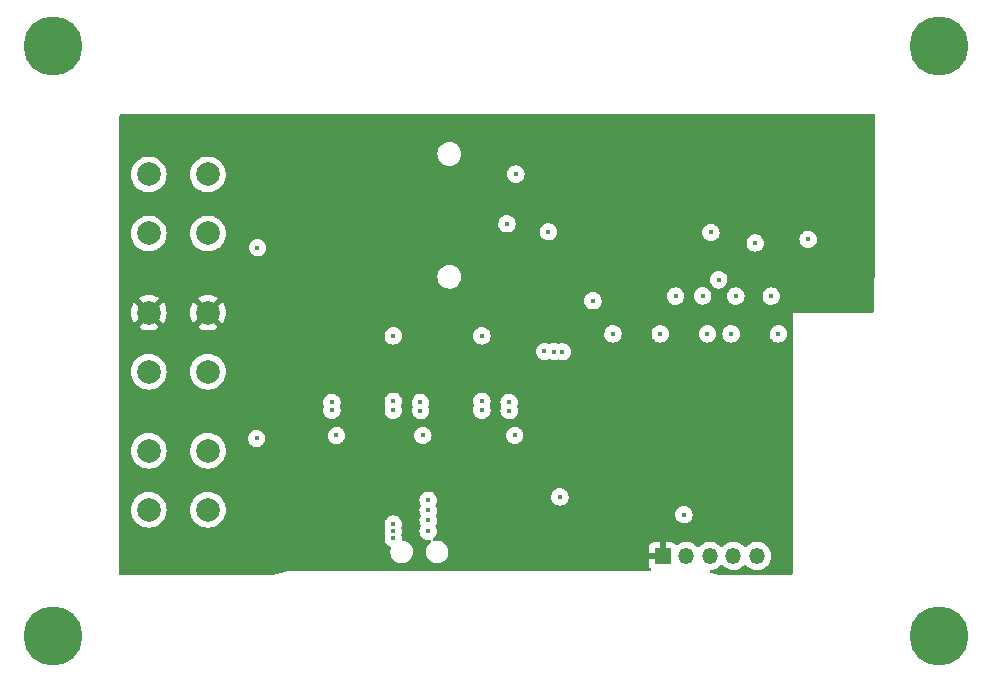
<source format=gbr>
%TF.GenerationSoftware,KiCad,Pcbnew,(6.0.2)*%
%TF.CreationDate,2022-04-10T14:27:56+08:00*%
%TF.ProjectId,PlantCare,506c616e-7443-4617-9265-2e6b69636164,rev?*%
%TF.SameCoordinates,Original*%
%TF.FileFunction,Copper,L2,Inr*%
%TF.FilePolarity,Positive*%
%FSLAX46Y46*%
G04 Gerber Fmt 4.6, Leading zero omitted, Abs format (unit mm)*
G04 Created by KiCad (PCBNEW (6.0.2)) date 2022-04-10 14:27:56*
%MOMM*%
%LPD*%
G01*
G04 APERTURE LIST*
%TA.AperFunction,ComponentPad*%
%ADD10C,0.800000*%
%TD*%
%TA.AperFunction,ComponentPad*%
%ADD11C,5.000000*%
%TD*%
%TA.AperFunction,ComponentPad*%
%ADD12C,2.000000*%
%TD*%
%TA.AperFunction,ComponentPad*%
%ADD13R,1.350000X1.350000*%
%TD*%
%TA.AperFunction,ComponentPad*%
%ADD14O,1.350000X1.350000*%
%TD*%
%TA.AperFunction,ViaPad*%
%ADD15C,0.450000*%
%TD*%
G04 APERTURE END LIST*
D10*
%TO.N,N/C*%
%TO.C,H2*%
X138674175Y-126325825D03*
X141875000Y-125000000D03*
X138125000Y-125000000D03*
X140000000Y-123125000D03*
X140000000Y-126875000D03*
D11*
X140000000Y-125000000D03*
D10*
X141325825Y-123674175D03*
X138674175Y-123674175D03*
X141325825Y-126325825D03*
%TD*%
D12*
%TO.N,/control1*%
%TO.C,J3*%
X73100000Y-85900000D03*
X78100000Y-85900000D03*
%TO.N,+BATT*%
X73100000Y-90900000D03*
X78100000Y-90900000D03*
%TD*%
%TO.N,/control*%
%TO.C,J5*%
X78100000Y-109300000D03*
X73100000Y-109300000D03*
%TO.N,+BATT*%
X78100000Y-114300000D03*
X73100000Y-114300000D03*
%TD*%
%TO.N,+BATT*%
%TO.C,J4*%
X78100000Y-102600000D03*
X73100000Y-102600000D03*
%TO.N,GND*%
X78100000Y-97600000D03*
X73100000Y-97600000D03*
%TD*%
D13*
%TO.N,GND*%
%TO.C,J2*%
X116600000Y-118200000D03*
D14*
%TO.N,/GPIO0*%
X118600000Y-118200000D03*
%TO.N,/RXD*%
X120600000Y-118200000D03*
%TO.N,/TXD*%
X122600000Y-118200000D03*
%TO.N,/EN*%
X124600000Y-118200000D03*
%TD*%
D10*
%TO.N,N/C*%
%TO.C,H4*%
X141875000Y-75000000D03*
X138674175Y-73674175D03*
X141325825Y-76325825D03*
X138125000Y-75000000D03*
X140000000Y-76875000D03*
X140000000Y-73125000D03*
D11*
X140000000Y-75000000D03*
D10*
X138674175Y-76325825D03*
X141325825Y-73674175D03*
%TD*%
%TO.N,N/C*%
%TO.C,H1*%
X66325825Y-76325825D03*
X63674175Y-73674175D03*
X63674175Y-76325825D03*
X66325825Y-73674175D03*
X66875000Y-75000000D03*
X65000000Y-76875000D03*
D11*
X65000000Y-75000000D03*
D10*
X65000000Y-73125000D03*
X63125000Y-75000000D03*
%TD*%
%TO.N,N/C*%
%TO.C,H3*%
X63674175Y-123674175D03*
D11*
X65000000Y-125000000D03*
D10*
X66325825Y-126325825D03*
X65000000Y-123125000D03*
X63674175Y-126325825D03*
X63125000Y-125000000D03*
X66875000Y-125000000D03*
X65000000Y-126875000D03*
X66325825Y-123674175D03*
%TD*%
D15*
%TO.N,Net-(C11-Pad1)*%
X96100000Y-105200000D03*
X88600000Y-105200000D03*
X103600000Y-105200000D03*
%TO.N,+BATT*%
X93800000Y-116700000D03*
X93800000Y-115500000D03*
%TO.N,+3V3*%
X101300000Y-105100000D03*
X93800000Y-105100000D03*
X93800000Y-105865000D03*
%TO.N,Net-(C11-Pad1)*%
X96750000Y-116095000D03*
X96750000Y-115200000D03*
X96750000Y-114350000D03*
X96750000Y-113490149D03*
%TO.N,GND*%
X133100000Y-91400000D03*
X133100000Y-86000000D03*
X121300000Y-89300000D03*
%TO.N,+3V3*%
X120690742Y-90817346D03*
X112400000Y-99400000D03*
X106599008Y-100892949D03*
X108100000Y-100900000D03*
X107400000Y-100900000D03*
%TO.N,+BATT*%
X82225000Y-108250000D03*
%TO.N,/GPIO2*%
X103425000Y-90075000D03*
X107910000Y-113200000D03*
%TO.N,+3V3*%
X104175000Y-85875000D03*
%TO.N,Net-(R5-Pad2)*%
X121350000Y-94825000D03*
X124450000Y-91700000D03*
X120000000Y-96190000D03*
X128925000Y-91400000D03*
%TO.N,/GPIO0*%
X106925000Y-90750000D03*
%TO.N,GND*%
X91575000Y-105100000D03*
X91600000Y-106600000D03*
X99075000Y-106475000D03*
X99075000Y-105225000D03*
X108250000Y-103900000D03*
X106675000Y-103900000D03*
X107425000Y-103900000D03*
X99075000Y-105850000D03*
X91600000Y-105800000D03*
X99200000Y-86100000D03*
X99200000Y-87500000D03*
%TO.N,/GPIO12*%
X116400000Y-99400000D03*
X110700000Y-96600000D03*
%TO.N,+3V3*%
X117700000Y-96200000D03*
%TO.N,/GPIO16*%
X120400000Y-99400000D03*
%TO.N,GND*%
X124300000Y-96200000D03*
%TO.N,+3V3*%
X125800000Y-96200000D03*
X122800000Y-96200000D03*
%TO.N,GND*%
X109500000Y-114600000D03*
X110300000Y-114600000D03*
X111200000Y-114600000D03*
X112400000Y-114600000D03*
%TO.N,/nRST*%
X126400000Y-99400000D03*
%TO.N,/EN*%
X122400000Y-99400000D03*
%TO.N,/GPIO0*%
X118400000Y-114700000D03*
%TO.N,GND*%
X106800000Y-110000000D03*
%TO.N,+BATT*%
X82300000Y-92100000D03*
%TO.N,GND*%
X102700000Y-108000000D03*
%TO.N,+3V3*%
X101300000Y-99565000D03*
X101300000Y-105865000D03*
X93800000Y-99565000D03*
%TO.N,Net-(C11-Pad1)*%
X104080000Y-108000000D03*
X96300000Y-108000000D03*
X88980000Y-108000000D03*
X88600000Y-105865000D03*
X103600000Y-105900000D03*
X96100000Y-105900000D03*
%TO.N,+BATT*%
X93800000Y-116100000D03*
%TD*%
%TA.AperFunction,Conductor*%
%TO.N,GND*%
G36*
X134542121Y-80820002D02*
G01*
X134588614Y-80873658D01*
X134600000Y-80926000D01*
X134600000Y-94442360D01*
X134596743Y-94470824D01*
X134510750Y-94841649D01*
X134504651Y-94867948D01*
X134502805Y-94874708D01*
X134501497Y-94877961D01*
X134500397Y-94882705D01*
X134499762Y-94885440D01*
X134499761Y-94885447D01*
X134498664Y-94890177D01*
X134498308Y-94895023D01*
X134498307Y-94895027D01*
X134495213Y-94937104D01*
X134494053Y-94947237D01*
X134492000Y-94960423D01*
X134492000Y-94976156D01*
X134491661Y-94985398D01*
X134487991Y-95035300D01*
X134489871Y-95044076D01*
X134490489Y-95053030D01*
X134490482Y-95053030D01*
X134492000Y-95067355D01*
X134492000Y-97474000D01*
X134471998Y-97542121D01*
X134418342Y-97588614D01*
X134366000Y-97600000D01*
X127600000Y-97600000D01*
X127600000Y-119674000D01*
X127579998Y-119742121D01*
X127526342Y-119788614D01*
X127474000Y-119800000D01*
X121432791Y-119800000D01*
X121404596Y-119796805D01*
X120679862Y-119630415D01*
X120617945Y-119595677D01*
X120584637Y-119532978D01*
X120590514Y-119462225D01*
X120633711Y-119405882D01*
X120689976Y-119382914D01*
X120877466Y-119355730D01*
X120882930Y-119353875D01*
X120882935Y-119353874D01*
X121077963Y-119287671D01*
X121077968Y-119287669D01*
X121083435Y-119285813D01*
X121273213Y-119179532D01*
X121440446Y-119040446D01*
X121500252Y-118968537D01*
X121559189Y-118928953D01*
X121630171Y-118927517D01*
X121692913Y-118967258D01*
X121696204Y-118971914D01*
X121700347Y-118975950D01*
X121700348Y-118975951D01*
X121766554Y-119040446D01*
X121852009Y-119123692D01*
X122032863Y-119244536D01*
X122038171Y-119246817D01*
X122038172Y-119246817D01*
X122227409Y-119328119D01*
X122227412Y-119328120D01*
X122232712Y-119330397D01*
X122238342Y-119331671D01*
X122367324Y-119360857D01*
X122444860Y-119378402D01*
X122450631Y-119378629D01*
X122450633Y-119378629D01*
X122523620Y-119381496D01*
X122662205Y-119386941D01*
X122877466Y-119355730D01*
X122882930Y-119353875D01*
X122882935Y-119353874D01*
X123077963Y-119287671D01*
X123077968Y-119287669D01*
X123083435Y-119285813D01*
X123273213Y-119179532D01*
X123440446Y-119040446D01*
X123500252Y-118968537D01*
X123559189Y-118928953D01*
X123630171Y-118927517D01*
X123692913Y-118967258D01*
X123696204Y-118971914D01*
X123700347Y-118975950D01*
X123700348Y-118975951D01*
X123766554Y-119040446D01*
X123852009Y-119123692D01*
X124032863Y-119244536D01*
X124038171Y-119246817D01*
X124038172Y-119246817D01*
X124227409Y-119328119D01*
X124227412Y-119328120D01*
X124232712Y-119330397D01*
X124238342Y-119331671D01*
X124367324Y-119360857D01*
X124444860Y-119378402D01*
X124450631Y-119378629D01*
X124450633Y-119378629D01*
X124523620Y-119381496D01*
X124662205Y-119386941D01*
X124877466Y-119355730D01*
X124882930Y-119353875D01*
X124882935Y-119353874D01*
X125077963Y-119287671D01*
X125077968Y-119287669D01*
X125083435Y-119285813D01*
X125273213Y-119179532D01*
X125440446Y-119040446D01*
X125579532Y-118873213D01*
X125685813Y-118683435D01*
X125687669Y-118677968D01*
X125687671Y-118677963D01*
X125753874Y-118482935D01*
X125753875Y-118482930D01*
X125755730Y-118477466D01*
X125786941Y-118262205D01*
X125788570Y-118200000D01*
X125768667Y-117983400D01*
X125709626Y-117774055D01*
X125613423Y-117578974D01*
X125574757Y-117527193D01*
X125486733Y-117409315D01*
X125486732Y-117409314D01*
X125483280Y-117404691D01*
X125454446Y-117378037D01*
X125327796Y-117260963D01*
X125327793Y-117260961D01*
X125323556Y-117257044D01*
X125139599Y-117140976D01*
X124937572Y-117060376D01*
X124748993Y-117022865D01*
X124729905Y-117019068D01*
X124729904Y-117019068D01*
X124724239Y-117017941D01*
X124718464Y-117017865D01*
X124718460Y-117017865D01*
X124609419Y-117016438D01*
X124506746Y-117015094D01*
X124501049Y-117016073D01*
X124501048Y-117016073D01*
X124298065Y-117050952D01*
X124298062Y-117050953D01*
X124292375Y-117051930D01*
X124088307Y-117127214D01*
X123901376Y-117238427D01*
X123737842Y-117381842D01*
X123734270Y-117386372D01*
X123734269Y-117386374D01*
X123700007Y-117429834D01*
X123642125Y-117470947D01*
X123571205Y-117474239D01*
X123509763Y-117438667D01*
X123500100Y-117427215D01*
X123486737Y-117409319D01*
X123486730Y-117409312D01*
X123483280Y-117404691D01*
X123454446Y-117378037D01*
X123327796Y-117260963D01*
X123327793Y-117260961D01*
X123323556Y-117257044D01*
X123139599Y-117140976D01*
X122937572Y-117060376D01*
X122748993Y-117022865D01*
X122729905Y-117019068D01*
X122729904Y-117019068D01*
X122724239Y-117017941D01*
X122718464Y-117017865D01*
X122718460Y-117017865D01*
X122609419Y-117016438D01*
X122506746Y-117015094D01*
X122501049Y-117016073D01*
X122501048Y-117016073D01*
X122298065Y-117050952D01*
X122298062Y-117050953D01*
X122292375Y-117051930D01*
X122088307Y-117127214D01*
X121901376Y-117238427D01*
X121737842Y-117381842D01*
X121734270Y-117386372D01*
X121734269Y-117386374D01*
X121700007Y-117429834D01*
X121642125Y-117470947D01*
X121571205Y-117474239D01*
X121509763Y-117438667D01*
X121500100Y-117427215D01*
X121486737Y-117409319D01*
X121486730Y-117409312D01*
X121483280Y-117404691D01*
X121454446Y-117378037D01*
X121327796Y-117260963D01*
X121327793Y-117260961D01*
X121323556Y-117257044D01*
X121139599Y-117140976D01*
X120937572Y-117060376D01*
X120748993Y-117022865D01*
X120729905Y-117019068D01*
X120729904Y-117019068D01*
X120724239Y-117017941D01*
X120718464Y-117017865D01*
X120718460Y-117017865D01*
X120609419Y-117016438D01*
X120506746Y-117015094D01*
X120501049Y-117016073D01*
X120501048Y-117016073D01*
X120298065Y-117050952D01*
X120298062Y-117050953D01*
X120292375Y-117051930D01*
X120088307Y-117127214D01*
X119901376Y-117238427D01*
X119737842Y-117381842D01*
X119734270Y-117386372D01*
X119734269Y-117386374D01*
X119700007Y-117429834D01*
X119642125Y-117470947D01*
X119571205Y-117474239D01*
X119509763Y-117438667D01*
X119500100Y-117427215D01*
X119486737Y-117409319D01*
X119486730Y-117409312D01*
X119483280Y-117404691D01*
X119454446Y-117378037D01*
X119327796Y-117260963D01*
X119327793Y-117260961D01*
X119323556Y-117257044D01*
X119139599Y-117140976D01*
X118937572Y-117060376D01*
X118748993Y-117022865D01*
X118729905Y-117019068D01*
X118729904Y-117019068D01*
X118724239Y-117017941D01*
X118718464Y-117017865D01*
X118718460Y-117017865D01*
X118609419Y-117016438D01*
X118506746Y-117015094D01*
X118501049Y-117016073D01*
X118501048Y-117016073D01*
X118298065Y-117050952D01*
X118298062Y-117050953D01*
X118292375Y-117051930D01*
X118088307Y-117127214D01*
X117901376Y-117238427D01*
X117897036Y-117242233D01*
X117897032Y-117242236D01*
X117879213Y-117257863D01*
X117814809Y-117287739D01*
X117744476Y-117278052D01*
X117695310Y-117238694D01*
X117643284Y-117169275D01*
X117630724Y-117156715D01*
X117528649Y-117080214D01*
X117513054Y-117071676D01*
X117392606Y-117026522D01*
X117377351Y-117022895D01*
X117326486Y-117017369D01*
X117319672Y-117017000D01*
X116872115Y-117017000D01*
X116856876Y-117021475D01*
X116855671Y-117022865D01*
X116854000Y-117030548D01*
X116854000Y-118328000D01*
X116833998Y-118396121D01*
X116780342Y-118442614D01*
X116728000Y-118454000D01*
X115435116Y-118454000D01*
X115419877Y-118458475D01*
X115418672Y-118459865D01*
X115417001Y-118467548D01*
X115417001Y-118919669D01*
X115417371Y-118926490D01*
X115422895Y-118977352D01*
X115426521Y-118992604D01*
X115471676Y-119113054D01*
X115480214Y-119128649D01*
X115556715Y-119230724D01*
X115569277Y-119243286D01*
X115598482Y-119265174D01*
X115640997Y-119322034D01*
X115646022Y-119392852D01*
X115611963Y-119455145D01*
X115549631Y-119489135D01*
X115522917Y-119492000D01*
X85071610Y-119492000D01*
X85059442Y-119491411D01*
X85058284Y-119491299D01*
X85049567Y-119489175D01*
X85040606Y-119489583D01*
X85040604Y-119489583D01*
X84990398Y-119491870D01*
X84984665Y-119492000D01*
X84963523Y-119492000D01*
X84958348Y-119492741D01*
X84946253Y-119493880D01*
X84904203Y-119495796D01*
X84898037Y-119497046D01*
X84896687Y-119497319D01*
X84896682Y-119497320D01*
X84891913Y-119498287D01*
X84887535Y-119499907D01*
X84881691Y-119501405D01*
X83958096Y-119712463D01*
X83588886Y-119796834D01*
X83560817Y-119800000D01*
X70726000Y-119800000D01*
X70657879Y-119779998D01*
X70611386Y-119726342D01*
X70600000Y-119674000D01*
X70600000Y-116689694D01*
X93061931Y-116689694D01*
X93077989Y-116853468D01*
X93129932Y-117009615D01*
X93135417Y-117018672D01*
X93202942Y-117130167D01*
X93215179Y-117150373D01*
X93329491Y-117268747D01*
X93467189Y-117358854D01*
X93473793Y-117361310D01*
X93473795Y-117361311D01*
X93516880Y-117377334D01*
X93573757Y-117419827D01*
X93598631Y-117486323D01*
X93594892Y-117527193D01*
X93571916Y-117615401D01*
X93547898Y-117707607D01*
X93537707Y-117902064D01*
X93566825Y-118094599D01*
X93569028Y-118100585D01*
X93569029Y-118100591D01*
X93631860Y-118271360D01*
X93631862Y-118271365D01*
X93634063Y-118277346D01*
X93736674Y-118442840D01*
X93741055Y-118447473D01*
X93741056Y-118447474D01*
X93769418Y-118477466D01*
X93870466Y-118584322D01*
X94029975Y-118696011D01*
X94035838Y-118698548D01*
X94202825Y-118770810D01*
X94202829Y-118770811D01*
X94208684Y-118773345D01*
X94214931Y-118774650D01*
X94214934Y-118774651D01*
X94394557Y-118812176D01*
X94394562Y-118812177D01*
X94399293Y-118813165D01*
X94405685Y-118813500D01*
X94548663Y-118813500D01*
X94617951Y-118806462D01*
X94687378Y-118799410D01*
X94687379Y-118799410D01*
X94693727Y-118798765D01*
X94774843Y-118773345D01*
X94873451Y-118742444D01*
X94873456Y-118742442D01*
X94879541Y-118740535D01*
X94982551Y-118683435D01*
X95044271Y-118649223D01*
X95044274Y-118649221D01*
X95049850Y-118646130D01*
X95054691Y-118641981D01*
X95054695Y-118641978D01*
X95192855Y-118523560D01*
X95197698Y-118519409D01*
X95206325Y-118508288D01*
X95313131Y-118370594D01*
X95317046Y-118365547D01*
X95335522Y-118328000D01*
X95400200Y-118196556D01*
X95403018Y-118190829D01*
X95404628Y-118184649D01*
X95450492Y-118008575D01*
X95450492Y-118008572D01*
X95452102Y-118002393D01*
X95462293Y-117807936D01*
X95433175Y-117615401D01*
X95430972Y-117609415D01*
X95430971Y-117609409D01*
X95368140Y-117438640D01*
X95368138Y-117438635D01*
X95365937Y-117432654D01*
X95275594Y-117286946D01*
X95266688Y-117272582D01*
X95266687Y-117272581D01*
X95263326Y-117267160D01*
X95129534Y-117125678D01*
X95064605Y-117080214D01*
X95022814Y-117050952D01*
X94970025Y-117013989D01*
X94867136Y-116969465D01*
X94797175Y-116939190D01*
X94797171Y-116939189D01*
X94791316Y-116936655D01*
X94785069Y-116935350D01*
X94785066Y-116935349D01*
X94631003Y-116903164D01*
X94568412Y-116869655D01*
X94533874Y-116807625D01*
X94531995Y-116762291D01*
X94537302Y-116724534D01*
X94537303Y-116724527D01*
X94537853Y-116720610D01*
X94538141Y-116700000D01*
X94519798Y-116536466D01*
X94516304Y-116526432D01*
X94486615Y-116441177D01*
X94483101Y-116370267D01*
X94487818Y-116354997D01*
X94512449Y-116290154D01*
X94514951Y-116283568D01*
X94537853Y-116120610D01*
X94538141Y-116100000D01*
X94536424Y-116084694D01*
X96011931Y-116084694D01*
X96027989Y-116248468D01*
X96079932Y-116404615D01*
X96083581Y-116410640D01*
X96159785Y-116536466D01*
X96165179Y-116545373D01*
X96279491Y-116663747D01*
X96417189Y-116753854D01*
X96571428Y-116811215D01*
X96578409Y-116812146D01*
X96578411Y-116812147D01*
X96727561Y-116832048D01*
X96727565Y-116832048D01*
X96734542Y-116832979D01*
X96741553Y-116832341D01*
X96741556Y-116832341D01*
X96802207Y-116826821D01*
X96895410Y-116818339D01*
X96965062Y-116832084D01*
X97016226Y-116881305D01*
X97032657Y-116950374D01*
X97009139Y-117017362D01*
X96967917Y-117054020D01*
X96955737Y-117060772D01*
X96955730Y-117060777D01*
X96950150Y-117063870D01*
X96945309Y-117068019D01*
X96945305Y-117068022D01*
X96807145Y-117186440D01*
X96802302Y-117190591D01*
X96798391Y-117195633D01*
X96798390Y-117195634D01*
X96767488Y-117235473D01*
X96682954Y-117344453D01*
X96680138Y-117350176D01*
X96680136Y-117350179D01*
X96636608Y-117438640D01*
X96596982Y-117519171D01*
X96595373Y-117525349D01*
X96595372Y-117525351D01*
X96573477Y-117609409D01*
X96547898Y-117707607D01*
X96537707Y-117902064D01*
X96566825Y-118094599D01*
X96569028Y-118100585D01*
X96569029Y-118100591D01*
X96631860Y-118271360D01*
X96631862Y-118271365D01*
X96634063Y-118277346D01*
X96736674Y-118442840D01*
X96741055Y-118447473D01*
X96741056Y-118447474D01*
X96769418Y-118477466D01*
X96870466Y-118584322D01*
X97029975Y-118696011D01*
X97035838Y-118698548D01*
X97202825Y-118770810D01*
X97202829Y-118770811D01*
X97208684Y-118773345D01*
X97214931Y-118774650D01*
X97214934Y-118774651D01*
X97394557Y-118812176D01*
X97394562Y-118812177D01*
X97399293Y-118813165D01*
X97405685Y-118813500D01*
X97548663Y-118813500D01*
X97617951Y-118806462D01*
X97687378Y-118799410D01*
X97687379Y-118799410D01*
X97693727Y-118798765D01*
X97774843Y-118773345D01*
X97873451Y-118742444D01*
X97873456Y-118742442D01*
X97879541Y-118740535D01*
X97982551Y-118683435D01*
X98044271Y-118649223D01*
X98044274Y-118649221D01*
X98049850Y-118646130D01*
X98054691Y-118641981D01*
X98054695Y-118641978D01*
X98192855Y-118523560D01*
X98197698Y-118519409D01*
X98206325Y-118508288D01*
X98313131Y-118370594D01*
X98317046Y-118365547D01*
X98335522Y-118328000D01*
X98400200Y-118196556D01*
X98403018Y-118190829D01*
X98404628Y-118184649D01*
X98450492Y-118008575D01*
X98450492Y-118008572D01*
X98452102Y-118002393D01*
X98456007Y-117927885D01*
X115417000Y-117927885D01*
X115421475Y-117943124D01*
X115422865Y-117944329D01*
X115430548Y-117946000D01*
X116327885Y-117946000D01*
X116343124Y-117941525D01*
X116344329Y-117940135D01*
X116346000Y-117932452D01*
X116346000Y-117035116D01*
X116341525Y-117019877D01*
X116340135Y-117018672D01*
X116332452Y-117017001D01*
X115880331Y-117017001D01*
X115873510Y-117017371D01*
X115822648Y-117022895D01*
X115807396Y-117026521D01*
X115686946Y-117071676D01*
X115671351Y-117080214D01*
X115569276Y-117156715D01*
X115556715Y-117169276D01*
X115480214Y-117271351D01*
X115471676Y-117286946D01*
X115426522Y-117407394D01*
X115422895Y-117422649D01*
X115417369Y-117473514D01*
X115417000Y-117480328D01*
X115417000Y-117927885D01*
X98456007Y-117927885D01*
X98462293Y-117807936D01*
X98433175Y-117615401D01*
X98430972Y-117609415D01*
X98430971Y-117609409D01*
X98368140Y-117438640D01*
X98368138Y-117438635D01*
X98365937Y-117432654D01*
X98275594Y-117286946D01*
X98266688Y-117272582D01*
X98266687Y-117272581D01*
X98263326Y-117267160D01*
X98129534Y-117125678D01*
X98064605Y-117080214D01*
X98022814Y-117050952D01*
X97970025Y-117013989D01*
X97867136Y-116969465D01*
X97797175Y-116939190D01*
X97797171Y-116939189D01*
X97791316Y-116936655D01*
X97785069Y-116935350D01*
X97785066Y-116935349D01*
X97605443Y-116897824D01*
X97605438Y-116897823D01*
X97600707Y-116896835D01*
X97594315Y-116896500D01*
X97451337Y-116896500D01*
X97385731Y-116903164D01*
X97312622Y-116910590D01*
X97312621Y-116910590D01*
X97306273Y-116911235D01*
X97300184Y-116913143D01*
X97300185Y-116913143D01*
X97290465Y-116916189D01*
X97219480Y-116917472D01*
X97159070Y-116880174D01*
X97128415Y-116816136D01*
X97137247Y-116745691D01*
X97185049Y-116691387D01*
X97184617Y-116690818D01*
X97187427Y-116688685D01*
X97188274Y-116687723D01*
X97190232Y-116686556D01*
X97190233Y-116686555D01*
X97196279Y-116682951D01*
X97315449Y-116569468D01*
X97331458Y-116545373D01*
X97402614Y-116438275D01*
X97402615Y-116438273D01*
X97406515Y-116432403D01*
X97464951Y-116278568D01*
X97486599Y-116124534D01*
X97487302Y-116119534D01*
X97487303Y-116119527D01*
X97487853Y-116115610D01*
X97488141Y-116095000D01*
X97469798Y-115931466D01*
X97463998Y-115914809D01*
X97422249Y-115794923D01*
X97415680Y-115776060D01*
X97377417Y-115714826D01*
X97358281Y-115646458D01*
X97379322Y-115578331D01*
X97406515Y-115537403D01*
X97464951Y-115383568D01*
X97473912Y-115319809D01*
X97487302Y-115224534D01*
X97487303Y-115224527D01*
X97487853Y-115220610D01*
X97488141Y-115200000D01*
X97469798Y-115036466D01*
X97463998Y-115019809D01*
X97432631Y-114929737D01*
X97415680Y-114881060D01*
X97391908Y-114843016D01*
X97372772Y-114774648D01*
X97393813Y-114706521D01*
X97402615Y-114693273D01*
X97404993Y-114689694D01*
X117661931Y-114689694D01*
X117677989Y-114853468D01*
X117729932Y-115009615D01*
X117733581Y-115015640D01*
X117752864Y-115047479D01*
X117815179Y-115150373D01*
X117820070Y-115155438D01*
X117820071Y-115155439D01*
X117852882Y-115189416D01*
X117929491Y-115268747D01*
X118067189Y-115358854D01*
X118221428Y-115416215D01*
X118228409Y-115417146D01*
X118228411Y-115417147D01*
X118377561Y-115437048D01*
X118377565Y-115437048D01*
X118384542Y-115437979D01*
X118391553Y-115437341D01*
X118391557Y-115437341D01*
X118541403Y-115423704D01*
X118541404Y-115423704D01*
X118548424Y-115423065D01*
X118649713Y-115390154D01*
X118698230Y-115374390D01*
X118698233Y-115374389D01*
X118704929Y-115372213D01*
X118846279Y-115287951D01*
X118965449Y-115174468D01*
X118981458Y-115150373D01*
X119052614Y-115043275D01*
X119052615Y-115043273D01*
X119056515Y-115037403D01*
X119114951Y-114883568D01*
X119129317Y-114781348D01*
X119137302Y-114724534D01*
X119137303Y-114724527D01*
X119137853Y-114720610D01*
X119138141Y-114700000D01*
X119119798Y-114536466D01*
X119113998Y-114519809D01*
X119067998Y-114387717D01*
X119065680Y-114381060D01*
X119046272Y-114350000D01*
X118982209Y-114247479D01*
X118978476Y-114241505D01*
X118907279Y-114169809D01*
X118867486Y-114129737D01*
X118867482Y-114129734D01*
X118862522Y-114124739D01*
X118723580Y-114036563D01*
X118585891Y-113987534D01*
X118575189Y-113983723D01*
X118575187Y-113983722D01*
X118568555Y-113981361D01*
X118561569Y-113980528D01*
X118561565Y-113980527D01*
X118447071Y-113966875D01*
X118405153Y-113961877D01*
X118398150Y-113962613D01*
X118398149Y-113962613D01*
X118354935Y-113967155D01*
X118241495Y-113979078D01*
X118234827Y-113981348D01*
X118092382Y-114029840D01*
X118092379Y-114029841D01*
X118085715Y-114032110D01*
X117945555Y-114118337D01*
X117827982Y-114233473D01*
X117738838Y-114371797D01*
X117736427Y-114378420D01*
X117736426Y-114378423D01*
X117684966Y-114519809D01*
X117684965Y-114519814D01*
X117682556Y-114526432D01*
X117661931Y-114689694D01*
X97404993Y-114689694D01*
X97406515Y-114687403D01*
X97464951Y-114533568D01*
X97485449Y-114387717D01*
X97487302Y-114374534D01*
X97487303Y-114374527D01*
X97487853Y-114370610D01*
X97488141Y-114350000D01*
X97469798Y-114186466D01*
X97463998Y-114169809D01*
X97444787Y-114114645D01*
X97415680Y-114031060D01*
X97388736Y-113987941D01*
X97369600Y-113919572D01*
X97390642Y-113851444D01*
X97402618Y-113833419D01*
X97402622Y-113833412D01*
X97406515Y-113827552D01*
X97464951Y-113673717D01*
X97474072Y-113608817D01*
X97487302Y-113514683D01*
X97487303Y-113514676D01*
X97487853Y-113510759D01*
X97488141Y-113490149D01*
X97469798Y-113326615D01*
X97463998Y-113309958D01*
X97422117Y-113189694D01*
X107171931Y-113189694D01*
X107187989Y-113353468D01*
X107239932Y-113509615D01*
X107243581Y-113515640D01*
X107316843Y-113636608D01*
X107325179Y-113650373D01*
X107439491Y-113768747D01*
X107577189Y-113858854D01*
X107731428Y-113916215D01*
X107738409Y-113917146D01*
X107738411Y-113917147D01*
X107887561Y-113937048D01*
X107887565Y-113937048D01*
X107894542Y-113937979D01*
X107901553Y-113937341D01*
X107901557Y-113937341D01*
X108051403Y-113923704D01*
X108051404Y-113923704D01*
X108058424Y-113923065D01*
X108087062Y-113913760D01*
X108208230Y-113874390D01*
X108208233Y-113874389D01*
X108214929Y-113872213D01*
X108356279Y-113787951D01*
X108475449Y-113674468D01*
X108491505Y-113650302D01*
X108562614Y-113543275D01*
X108562615Y-113543273D01*
X108566515Y-113537403D01*
X108624951Y-113383568D01*
X108635296Y-113309958D01*
X108647302Y-113224534D01*
X108647303Y-113224527D01*
X108647853Y-113220610D01*
X108648141Y-113200000D01*
X108629798Y-113036466D01*
X108623998Y-113019809D01*
X108593089Y-112931051D01*
X108575680Y-112881060D01*
X108563080Y-112860895D01*
X108492209Y-112747479D01*
X108488476Y-112741505D01*
X108430499Y-112683122D01*
X108377486Y-112629737D01*
X108377482Y-112629734D01*
X108372522Y-112624739D01*
X108233580Y-112536563D01*
X108184447Y-112519068D01*
X108085189Y-112483723D01*
X108085187Y-112483722D01*
X108078555Y-112481361D01*
X108071569Y-112480528D01*
X108071565Y-112480527D01*
X107957071Y-112466875D01*
X107915153Y-112461877D01*
X107908150Y-112462613D01*
X107908149Y-112462613D01*
X107864935Y-112467155D01*
X107751495Y-112479078D01*
X107744827Y-112481348D01*
X107602382Y-112529840D01*
X107602379Y-112529841D01*
X107595715Y-112532110D01*
X107455555Y-112618337D01*
X107337982Y-112733473D01*
X107248838Y-112871797D01*
X107246427Y-112878420D01*
X107246426Y-112878423D01*
X107194966Y-113019809D01*
X107194965Y-113019814D01*
X107192556Y-113026432D01*
X107171931Y-113189694D01*
X97422117Y-113189694D01*
X97415680Y-113171209D01*
X97328476Y-113031654D01*
X97228573Y-112931051D01*
X97217486Y-112919886D01*
X97217482Y-112919883D01*
X97212522Y-112914888D01*
X97073580Y-112826712D01*
X97012822Y-112805077D01*
X96925189Y-112773872D01*
X96925187Y-112773871D01*
X96918555Y-112771510D01*
X96911569Y-112770677D01*
X96911565Y-112770676D01*
X96797071Y-112757024D01*
X96755153Y-112752026D01*
X96748150Y-112752762D01*
X96748149Y-112752762D01*
X96704935Y-112757304D01*
X96591495Y-112769227D01*
X96584827Y-112771497D01*
X96442382Y-112819989D01*
X96442379Y-112819990D01*
X96435715Y-112822259D01*
X96355192Y-112871797D01*
X96329315Y-112887717D01*
X96295555Y-112908486D01*
X96177982Y-113023622D01*
X96088838Y-113161946D01*
X96086427Y-113168569D01*
X96086426Y-113168572D01*
X96034966Y-113309958D01*
X96034965Y-113309963D01*
X96032556Y-113316581D01*
X96011931Y-113479843D01*
X96027989Y-113643617D01*
X96079932Y-113799764D01*
X96112785Y-113854009D01*
X96130963Y-113922637D01*
X96110919Y-113987534D01*
X96088838Y-114021797D01*
X96086427Y-114028420D01*
X96086426Y-114028423D01*
X96034966Y-114169809D01*
X96034965Y-114169814D01*
X96032556Y-114176432D01*
X96011931Y-114339694D01*
X96027989Y-114503468D01*
X96079932Y-114659615D01*
X96083582Y-114665642D01*
X96083584Y-114665646D01*
X96109707Y-114708780D01*
X96127887Y-114777409D01*
X96107843Y-114842307D01*
X96105167Y-114846459D01*
X96088838Y-114871797D01*
X96086427Y-114878420D01*
X96086426Y-114878423D01*
X96034966Y-115019809D01*
X96034965Y-115019814D01*
X96032556Y-115026432D01*
X96011931Y-115189694D01*
X96027989Y-115353468D01*
X96079932Y-115509615D01*
X96083582Y-115515642D01*
X96083583Y-115515644D01*
X96123757Y-115581980D01*
X96141936Y-115650610D01*
X96121893Y-115715506D01*
X96088838Y-115766797D01*
X96086427Y-115773422D01*
X96034966Y-115914809D01*
X96034965Y-115914814D01*
X96032556Y-115921432D01*
X96011931Y-116084694D01*
X94536424Y-116084694D01*
X94519798Y-115936466D01*
X94517481Y-115929812D01*
X94486615Y-115841177D01*
X94483101Y-115770267D01*
X94487818Y-115754997D01*
X94512449Y-115690154D01*
X94514951Y-115683568D01*
X94529741Y-115578329D01*
X94537302Y-115524534D01*
X94537303Y-115524527D01*
X94537853Y-115520610D01*
X94538141Y-115500000D01*
X94519798Y-115336466D01*
X94513998Y-115319809D01*
X94473655Y-115203962D01*
X94465680Y-115181060D01*
X94378476Y-115041505D01*
X94319771Y-114982389D01*
X94267486Y-114929737D01*
X94267482Y-114929734D01*
X94262522Y-114924739D01*
X94123580Y-114836563D01*
X94074447Y-114819068D01*
X93975189Y-114783723D01*
X93975187Y-114783722D01*
X93968555Y-114781361D01*
X93961569Y-114780528D01*
X93961565Y-114780527D01*
X93847071Y-114766875D01*
X93805153Y-114761877D01*
X93798150Y-114762613D01*
X93798149Y-114762613D01*
X93754935Y-114767155D01*
X93641495Y-114779078D01*
X93634827Y-114781348D01*
X93492382Y-114829840D01*
X93492379Y-114829841D01*
X93485715Y-114832110D01*
X93345555Y-114918337D01*
X93333914Y-114929737D01*
X93259173Y-115002929D01*
X93227982Y-115033473D01*
X93138838Y-115171797D01*
X93136427Y-115178420D01*
X93136426Y-115178423D01*
X93084966Y-115319809D01*
X93084965Y-115319814D01*
X93082556Y-115326432D01*
X93061931Y-115489694D01*
X93077989Y-115653468D01*
X93106861Y-115740260D01*
X93113762Y-115761006D01*
X93116285Y-115831958D01*
X93112605Y-115843872D01*
X93084966Y-115919809D01*
X93084965Y-115919814D01*
X93082556Y-115926432D01*
X93061931Y-116089694D01*
X93077989Y-116253468D01*
X93090193Y-116290154D01*
X93113762Y-116361006D01*
X93116285Y-116431958D01*
X93112605Y-116443872D01*
X93084966Y-116519809D01*
X93084965Y-116519814D01*
X93082556Y-116526432D01*
X93061931Y-116689694D01*
X70600000Y-116689694D01*
X70600000Y-114300000D01*
X71586835Y-114300000D01*
X71605465Y-114536711D01*
X71606619Y-114541518D01*
X71606620Y-114541524D01*
X71636419Y-114665646D01*
X71660895Y-114767594D01*
X71662788Y-114772165D01*
X71662789Y-114772167D01*
X71711661Y-114890154D01*
X71751760Y-114986963D01*
X71754346Y-114991183D01*
X71873241Y-115185202D01*
X71873245Y-115185208D01*
X71875824Y-115189416D01*
X71959981Y-115287951D01*
X72022636Y-115361310D01*
X72030031Y-115369969D01*
X72210584Y-115524176D01*
X72214792Y-115526755D01*
X72214798Y-115526759D01*
X72408817Y-115645654D01*
X72413037Y-115648240D01*
X72417607Y-115650133D01*
X72417611Y-115650135D01*
X72627833Y-115737211D01*
X72632406Y-115739105D01*
X72698601Y-115754997D01*
X72858476Y-115793380D01*
X72858482Y-115793381D01*
X72863289Y-115794535D01*
X73100000Y-115813165D01*
X73336711Y-115794535D01*
X73341518Y-115793381D01*
X73341524Y-115793380D01*
X73501399Y-115754997D01*
X73567594Y-115739105D01*
X73572167Y-115737211D01*
X73782389Y-115650135D01*
X73782393Y-115650133D01*
X73786963Y-115648240D01*
X73791183Y-115645654D01*
X73985202Y-115526759D01*
X73985208Y-115526755D01*
X73989416Y-115524176D01*
X74169969Y-115369969D01*
X74177365Y-115361310D01*
X74240019Y-115287951D01*
X74324176Y-115189416D01*
X74326755Y-115185208D01*
X74326759Y-115185202D01*
X74445654Y-114991183D01*
X74448240Y-114986963D01*
X74488340Y-114890154D01*
X74537211Y-114772167D01*
X74537212Y-114772165D01*
X74539105Y-114767594D01*
X74563581Y-114665646D01*
X74593380Y-114541524D01*
X74593381Y-114541518D01*
X74594535Y-114536711D01*
X74613165Y-114300000D01*
X76586835Y-114300000D01*
X76605465Y-114536711D01*
X76606619Y-114541518D01*
X76606620Y-114541524D01*
X76636419Y-114665646D01*
X76660895Y-114767594D01*
X76662788Y-114772165D01*
X76662789Y-114772167D01*
X76711661Y-114890154D01*
X76751760Y-114986963D01*
X76754346Y-114991183D01*
X76873241Y-115185202D01*
X76873245Y-115185208D01*
X76875824Y-115189416D01*
X76959981Y-115287951D01*
X77022636Y-115361310D01*
X77030031Y-115369969D01*
X77210584Y-115524176D01*
X77214792Y-115526755D01*
X77214798Y-115526759D01*
X77408817Y-115645654D01*
X77413037Y-115648240D01*
X77417607Y-115650133D01*
X77417611Y-115650135D01*
X77627833Y-115737211D01*
X77632406Y-115739105D01*
X77698601Y-115754997D01*
X77858476Y-115793380D01*
X77858482Y-115793381D01*
X77863289Y-115794535D01*
X78100000Y-115813165D01*
X78336711Y-115794535D01*
X78341518Y-115793381D01*
X78341524Y-115793380D01*
X78501399Y-115754997D01*
X78567594Y-115739105D01*
X78572167Y-115737211D01*
X78782389Y-115650135D01*
X78782393Y-115650133D01*
X78786963Y-115648240D01*
X78791183Y-115645654D01*
X78985202Y-115526759D01*
X78985208Y-115526755D01*
X78989416Y-115524176D01*
X79169969Y-115369969D01*
X79177365Y-115361310D01*
X79240019Y-115287951D01*
X79324176Y-115189416D01*
X79326755Y-115185208D01*
X79326759Y-115185202D01*
X79445654Y-114991183D01*
X79448240Y-114986963D01*
X79488340Y-114890154D01*
X79537211Y-114772167D01*
X79537212Y-114772165D01*
X79539105Y-114767594D01*
X79563581Y-114665646D01*
X79593380Y-114541524D01*
X79593381Y-114541518D01*
X79594535Y-114536711D01*
X79613165Y-114300000D01*
X79594535Y-114063289D01*
X79589026Y-114040340D01*
X79546044Y-113861310D01*
X79539105Y-113832406D01*
X79537211Y-113827833D01*
X79450135Y-113617611D01*
X79450133Y-113617607D01*
X79448240Y-113613037D01*
X79388555Y-113515640D01*
X79326759Y-113414798D01*
X79326755Y-113414792D01*
X79324176Y-113410584D01*
X79169969Y-113230031D01*
X78989416Y-113075824D01*
X78985208Y-113073245D01*
X78985202Y-113073241D01*
X78791183Y-112954346D01*
X78786963Y-112951760D01*
X78782393Y-112949867D01*
X78782389Y-112949865D01*
X78572167Y-112862789D01*
X78572165Y-112862788D01*
X78567594Y-112860895D01*
X78440944Y-112830489D01*
X78341524Y-112806620D01*
X78341518Y-112806619D01*
X78336711Y-112805465D01*
X78100000Y-112786835D01*
X77863289Y-112805465D01*
X77858482Y-112806619D01*
X77858476Y-112806620D01*
X77759056Y-112830489D01*
X77632406Y-112860895D01*
X77627835Y-112862788D01*
X77627833Y-112862789D01*
X77417611Y-112949865D01*
X77417607Y-112949867D01*
X77413037Y-112951760D01*
X77408817Y-112954346D01*
X77214798Y-113073241D01*
X77214792Y-113073245D01*
X77210584Y-113075824D01*
X77030031Y-113230031D01*
X76875824Y-113410584D01*
X76873245Y-113414792D01*
X76873241Y-113414798D01*
X76811445Y-113515640D01*
X76751760Y-113613037D01*
X76749867Y-113617607D01*
X76749865Y-113617611D01*
X76662789Y-113827833D01*
X76660895Y-113832406D01*
X76653956Y-113861310D01*
X76610975Y-114040340D01*
X76605465Y-114063289D01*
X76586835Y-114300000D01*
X74613165Y-114300000D01*
X74594535Y-114063289D01*
X74589026Y-114040340D01*
X74546044Y-113861310D01*
X74539105Y-113832406D01*
X74537211Y-113827833D01*
X74450135Y-113617611D01*
X74450133Y-113617607D01*
X74448240Y-113613037D01*
X74388555Y-113515640D01*
X74326759Y-113414798D01*
X74326755Y-113414792D01*
X74324176Y-113410584D01*
X74169969Y-113230031D01*
X73989416Y-113075824D01*
X73985208Y-113073245D01*
X73985202Y-113073241D01*
X73791183Y-112954346D01*
X73786963Y-112951760D01*
X73782393Y-112949867D01*
X73782389Y-112949865D01*
X73572167Y-112862789D01*
X73572165Y-112862788D01*
X73567594Y-112860895D01*
X73440944Y-112830489D01*
X73341524Y-112806620D01*
X73341518Y-112806619D01*
X73336711Y-112805465D01*
X73100000Y-112786835D01*
X72863289Y-112805465D01*
X72858482Y-112806619D01*
X72858476Y-112806620D01*
X72759056Y-112830489D01*
X72632406Y-112860895D01*
X72627835Y-112862788D01*
X72627833Y-112862789D01*
X72417611Y-112949865D01*
X72417607Y-112949867D01*
X72413037Y-112951760D01*
X72408817Y-112954346D01*
X72214798Y-113073241D01*
X72214792Y-113073245D01*
X72210584Y-113075824D01*
X72030031Y-113230031D01*
X71875824Y-113410584D01*
X71873245Y-113414792D01*
X71873241Y-113414798D01*
X71811445Y-113515640D01*
X71751760Y-113613037D01*
X71749867Y-113617607D01*
X71749865Y-113617611D01*
X71662789Y-113827833D01*
X71660895Y-113832406D01*
X71653956Y-113861310D01*
X71610975Y-114040340D01*
X71605465Y-114063289D01*
X71586835Y-114300000D01*
X70600000Y-114300000D01*
X70600000Y-109300000D01*
X71586835Y-109300000D01*
X71605465Y-109536711D01*
X71660895Y-109767594D01*
X71751760Y-109986963D01*
X71754346Y-109991183D01*
X71873241Y-110185202D01*
X71873245Y-110185208D01*
X71875824Y-110189416D01*
X72030031Y-110369969D01*
X72210584Y-110524176D01*
X72214792Y-110526755D01*
X72214798Y-110526759D01*
X72342324Y-110604907D01*
X72413037Y-110648240D01*
X72417607Y-110650133D01*
X72417611Y-110650135D01*
X72627833Y-110737211D01*
X72632406Y-110739105D01*
X72712609Y-110758360D01*
X72858476Y-110793380D01*
X72858482Y-110793381D01*
X72863289Y-110794535D01*
X73100000Y-110813165D01*
X73336711Y-110794535D01*
X73341518Y-110793381D01*
X73341524Y-110793380D01*
X73487391Y-110758360D01*
X73567594Y-110739105D01*
X73572167Y-110737211D01*
X73782389Y-110650135D01*
X73782393Y-110650133D01*
X73786963Y-110648240D01*
X73857676Y-110604907D01*
X73985202Y-110526759D01*
X73985208Y-110526755D01*
X73989416Y-110524176D01*
X74169969Y-110369969D01*
X74324176Y-110189416D01*
X74326755Y-110185208D01*
X74326759Y-110185202D01*
X74445654Y-109991183D01*
X74448240Y-109986963D01*
X74539105Y-109767594D01*
X74594535Y-109536711D01*
X74613165Y-109300000D01*
X76586835Y-109300000D01*
X76605465Y-109536711D01*
X76660895Y-109767594D01*
X76751760Y-109986963D01*
X76754346Y-109991183D01*
X76873241Y-110185202D01*
X76873245Y-110185208D01*
X76875824Y-110189416D01*
X77030031Y-110369969D01*
X77210584Y-110524176D01*
X77214792Y-110526755D01*
X77214798Y-110526759D01*
X77342324Y-110604907D01*
X77413037Y-110648240D01*
X77417607Y-110650133D01*
X77417611Y-110650135D01*
X77627833Y-110737211D01*
X77632406Y-110739105D01*
X77712609Y-110758360D01*
X77858476Y-110793380D01*
X77858482Y-110793381D01*
X77863289Y-110794535D01*
X78100000Y-110813165D01*
X78336711Y-110794535D01*
X78341518Y-110793381D01*
X78341524Y-110793380D01*
X78487391Y-110758360D01*
X78567594Y-110739105D01*
X78572167Y-110737211D01*
X78782389Y-110650135D01*
X78782393Y-110650133D01*
X78786963Y-110648240D01*
X78857676Y-110604907D01*
X78985202Y-110526759D01*
X78985208Y-110526755D01*
X78989416Y-110524176D01*
X79169969Y-110369969D01*
X79324176Y-110189416D01*
X79326755Y-110185208D01*
X79326759Y-110185202D01*
X79445654Y-109991183D01*
X79448240Y-109986963D01*
X79539105Y-109767594D01*
X79594535Y-109536711D01*
X79613165Y-109300000D01*
X79594535Y-109063289D01*
X79571454Y-108967147D01*
X79558048Y-108911310D01*
X79539105Y-108832406D01*
X79537211Y-108827833D01*
X79450135Y-108617611D01*
X79450133Y-108617607D01*
X79448240Y-108613037D01*
X79366302Y-108479327D01*
X79326759Y-108414798D01*
X79326755Y-108414792D01*
X79324176Y-108410584D01*
X79178222Y-108239694D01*
X81486931Y-108239694D01*
X81502989Y-108403468D01*
X81554932Y-108559615D01*
X81558581Y-108565640D01*
X81623125Y-108672213D01*
X81640179Y-108700373D01*
X81645070Y-108705438D01*
X81645071Y-108705439D01*
X81711561Y-108774291D01*
X81754491Y-108818747D01*
X81892189Y-108908854D01*
X82046428Y-108966215D01*
X82053409Y-108967146D01*
X82053411Y-108967147D01*
X82202561Y-108987048D01*
X82202565Y-108987048D01*
X82209542Y-108987979D01*
X82216553Y-108987341D01*
X82216557Y-108987341D01*
X82366403Y-108973704D01*
X82366404Y-108973704D01*
X82373424Y-108973065D01*
X82402062Y-108963760D01*
X82523230Y-108924390D01*
X82523233Y-108924389D01*
X82529929Y-108922213D01*
X82671279Y-108837951D01*
X82790449Y-108724468D01*
X82795313Y-108717147D01*
X82877614Y-108593275D01*
X82877615Y-108593273D01*
X82881515Y-108587403D01*
X82939951Y-108433568D01*
X82956525Y-108315640D01*
X82962302Y-108274534D01*
X82962303Y-108274527D01*
X82962853Y-108270610D01*
X82963141Y-108250000D01*
X82944798Y-108086466D01*
X82938998Y-108069809D01*
X82911098Y-107989694D01*
X88241931Y-107989694D01*
X88257989Y-108153468D01*
X88309932Y-108309615D01*
X88313581Y-108315640D01*
X88371082Y-108410584D01*
X88395179Y-108450373D01*
X88509491Y-108568747D01*
X88647189Y-108658854D01*
X88801428Y-108716215D01*
X88808409Y-108717146D01*
X88808411Y-108717147D01*
X88957561Y-108737048D01*
X88957565Y-108737048D01*
X88964542Y-108737979D01*
X88971553Y-108737341D01*
X88971557Y-108737341D01*
X89121403Y-108723704D01*
X89121404Y-108723704D01*
X89128424Y-108723065D01*
X89182671Y-108705439D01*
X89278230Y-108674390D01*
X89278233Y-108674389D01*
X89284929Y-108672213D01*
X89426279Y-108587951D01*
X89545449Y-108474468D01*
X89561458Y-108450373D01*
X89632614Y-108343275D01*
X89632615Y-108343273D01*
X89636515Y-108337403D01*
X89694951Y-108183568D01*
X89710093Y-108075824D01*
X89717302Y-108024534D01*
X89717303Y-108024527D01*
X89717853Y-108020610D01*
X89718141Y-108000000D01*
X89716985Y-107989694D01*
X95561931Y-107989694D01*
X95577989Y-108153468D01*
X95629932Y-108309615D01*
X95633581Y-108315640D01*
X95691082Y-108410584D01*
X95715179Y-108450373D01*
X95829491Y-108568747D01*
X95967189Y-108658854D01*
X96121428Y-108716215D01*
X96128409Y-108717146D01*
X96128411Y-108717147D01*
X96277561Y-108737048D01*
X96277565Y-108737048D01*
X96284542Y-108737979D01*
X96291553Y-108737341D01*
X96291557Y-108737341D01*
X96441403Y-108723704D01*
X96441404Y-108723704D01*
X96448424Y-108723065D01*
X96502671Y-108705439D01*
X96598230Y-108674390D01*
X96598233Y-108674389D01*
X96604929Y-108672213D01*
X96746279Y-108587951D01*
X96865449Y-108474468D01*
X96881458Y-108450373D01*
X96952614Y-108343275D01*
X96952615Y-108343273D01*
X96956515Y-108337403D01*
X97014951Y-108183568D01*
X97030093Y-108075824D01*
X97037302Y-108024534D01*
X97037303Y-108024527D01*
X97037853Y-108020610D01*
X97038141Y-108000000D01*
X97036985Y-107989694D01*
X103341931Y-107989694D01*
X103357989Y-108153468D01*
X103409932Y-108309615D01*
X103413581Y-108315640D01*
X103471082Y-108410584D01*
X103495179Y-108450373D01*
X103609491Y-108568747D01*
X103747189Y-108658854D01*
X103901428Y-108716215D01*
X103908409Y-108717146D01*
X103908411Y-108717147D01*
X104057561Y-108737048D01*
X104057565Y-108737048D01*
X104064542Y-108737979D01*
X104071553Y-108737341D01*
X104071557Y-108737341D01*
X104221403Y-108723704D01*
X104221404Y-108723704D01*
X104228424Y-108723065D01*
X104282671Y-108705439D01*
X104378230Y-108674390D01*
X104378233Y-108674389D01*
X104384929Y-108672213D01*
X104526279Y-108587951D01*
X104645449Y-108474468D01*
X104661458Y-108450373D01*
X104732614Y-108343275D01*
X104732615Y-108343273D01*
X104736515Y-108337403D01*
X104794951Y-108183568D01*
X104810093Y-108075824D01*
X104817302Y-108024534D01*
X104817303Y-108024527D01*
X104817853Y-108020610D01*
X104818141Y-108000000D01*
X104799798Y-107836466D01*
X104793998Y-107819809D01*
X104747998Y-107687717D01*
X104745680Y-107681060D01*
X104686632Y-107586563D01*
X104662209Y-107547479D01*
X104658476Y-107541505D01*
X104600499Y-107483122D01*
X104547486Y-107429737D01*
X104547482Y-107429734D01*
X104542522Y-107424739D01*
X104403580Y-107336563D01*
X104354447Y-107319068D01*
X104255189Y-107283723D01*
X104255187Y-107283722D01*
X104248555Y-107281361D01*
X104241569Y-107280528D01*
X104241565Y-107280527D01*
X104127071Y-107266875D01*
X104085153Y-107261877D01*
X104078150Y-107262613D01*
X104078149Y-107262613D01*
X104034935Y-107267155D01*
X103921495Y-107279078D01*
X103914827Y-107281348D01*
X103772382Y-107329840D01*
X103772379Y-107329841D01*
X103765715Y-107332110D01*
X103625555Y-107418337D01*
X103613914Y-107429737D01*
X103513222Y-107528342D01*
X103507982Y-107533473D01*
X103418838Y-107671797D01*
X103416427Y-107678420D01*
X103416426Y-107678423D01*
X103364966Y-107819809D01*
X103364965Y-107819814D01*
X103362556Y-107826432D01*
X103341931Y-107989694D01*
X97036985Y-107989694D01*
X97019798Y-107836466D01*
X97013998Y-107819809D01*
X96967998Y-107687717D01*
X96965680Y-107681060D01*
X96906632Y-107586563D01*
X96882209Y-107547479D01*
X96878476Y-107541505D01*
X96820499Y-107483122D01*
X96767486Y-107429737D01*
X96767482Y-107429734D01*
X96762522Y-107424739D01*
X96623580Y-107336563D01*
X96574447Y-107319068D01*
X96475189Y-107283723D01*
X96475187Y-107283722D01*
X96468555Y-107281361D01*
X96461569Y-107280528D01*
X96461565Y-107280527D01*
X96347071Y-107266875D01*
X96305153Y-107261877D01*
X96298150Y-107262613D01*
X96298149Y-107262613D01*
X96254935Y-107267155D01*
X96141495Y-107279078D01*
X96134827Y-107281348D01*
X95992382Y-107329840D01*
X95992379Y-107329841D01*
X95985715Y-107332110D01*
X95845555Y-107418337D01*
X95833914Y-107429737D01*
X95733222Y-107528342D01*
X95727982Y-107533473D01*
X95638838Y-107671797D01*
X95636427Y-107678420D01*
X95636426Y-107678423D01*
X95584966Y-107819809D01*
X95584965Y-107819814D01*
X95582556Y-107826432D01*
X95561931Y-107989694D01*
X89716985Y-107989694D01*
X89699798Y-107836466D01*
X89693998Y-107819809D01*
X89647998Y-107687717D01*
X89645680Y-107681060D01*
X89586632Y-107586563D01*
X89562209Y-107547479D01*
X89558476Y-107541505D01*
X89500499Y-107483122D01*
X89447486Y-107429737D01*
X89447482Y-107429734D01*
X89442522Y-107424739D01*
X89303580Y-107336563D01*
X89254447Y-107319068D01*
X89155189Y-107283723D01*
X89155187Y-107283722D01*
X89148555Y-107281361D01*
X89141569Y-107280528D01*
X89141565Y-107280527D01*
X89027071Y-107266875D01*
X88985153Y-107261877D01*
X88978150Y-107262613D01*
X88978149Y-107262613D01*
X88934935Y-107267155D01*
X88821495Y-107279078D01*
X88814827Y-107281348D01*
X88672382Y-107329840D01*
X88672379Y-107329841D01*
X88665715Y-107332110D01*
X88525555Y-107418337D01*
X88513914Y-107429737D01*
X88413222Y-107528342D01*
X88407982Y-107533473D01*
X88318838Y-107671797D01*
X88316427Y-107678420D01*
X88316426Y-107678423D01*
X88264966Y-107819809D01*
X88264965Y-107819814D01*
X88262556Y-107826432D01*
X88241931Y-107989694D01*
X82911098Y-107989694D01*
X82897888Y-107951760D01*
X82890680Y-107931060D01*
X82855414Y-107874622D01*
X82807209Y-107797479D01*
X82803476Y-107791505D01*
X82700410Y-107687717D01*
X82692486Y-107679737D01*
X82692482Y-107679734D01*
X82687522Y-107674739D01*
X82548580Y-107586563D01*
X82408007Y-107536507D01*
X82400189Y-107533723D01*
X82400187Y-107533722D01*
X82393555Y-107531361D01*
X82386569Y-107530528D01*
X82386565Y-107530527D01*
X82272071Y-107516875D01*
X82230153Y-107511877D01*
X82223150Y-107512613D01*
X82223149Y-107512613D01*
X82179935Y-107517155D01*
X82066495Y-107529078D01*
X82059827Y-107531348D01*
X81917382Y-107579840D01*
X81917379Y-107579841D01*
X81910715Y-107582110D01*
X81770555Y-107668337D01*
X81652982Y-107783473D01*
X81563838Y-107921797D01*
X81561427Y-107928420D01*
X81561426Y-107928423D01*
X81509966Y-108069809D01*
X81509965Y-108069814D01*
X81507556Y-108076432D01*
X81486931Y-108239694D01*
X79178222Y-108239694D01*
X79169969Y-108230031D01*
X78989416Y-108075824D01*
X78985208Y-108073245D01*
X78985202Y-108073241D01*
X78791183Y-107954346D01*
X78786963Y-107951760D01*
X78782393Y-107949867D01*
X78782389Y-107949865D01*
X78572167Y-107862789D01*
X78572165Y-107862788D01*
X78567594Y-107860895D01*
X78438124Y-107829812D01*
X78341524Y-107806620D01*
X78341518Y-107806619D01*
X78336711Y-107805465D01*
X78100000Y-107786835D01*
X77863289Y-107805465D01*
X77858482Y-107806619D01*
X77858476Y-107806620D01*
X77761876Y-107829812D01*
X77632406Y-107860895D01*
X77627835Y-107862788D01*
X77627833Y-107862789D01*
X77417611Y-107949865D01*
X77417607Y-107949867D01*
X77413037Y-107951760D01*
X77408817Y-107954346D01*
X77214798Y-108073241D01*
X77214792Y-108073245D01*
X77210584Y-108075824D01*
X77030031Y-108230031D01*
X76875824Y-108410584D01*
X76873245Y-108414792D01*
X76873241Y-108414798D01*
X76833698Y-108479327D01*
X76751760Y-108613037D01*
X76749867Y-108617607D01*
X76749865Y-108617611D01*
X76662789Y-108827833D01*
X76660895Y-108832406D01*
X76641952Y-108911310D01*
X76628547Y-108967147D01*
X76605465Y-109063289D01*
X76586835Y-109300000D01*
X74613165Y-109300000D01*
X74594535Y-109063289D01*
X74571454Y-108967147D01*
X74558048Y-108911310D01*
X74539105Y-108832406D01*
X74537211Y-108827833D01*
X74450135Y-108617611D01*
X74450133Y-108617607D01*
X74448240Y-108613037D01*
X74366302Y-108479327D01*
X74326759Y-108414798D01*
X74326755Y-108414792D01*
X74324176Y-108410584D01*
X74169969Y-108230031D01*
X73989416Y-108075824D01*
X73985208Y-108073245D01*
X73985202Y-108073241D01*
X73791183Y-107954346D01*
X73786963Y-107951760D01*
X73782393Y-107949867D01*
X73782389Y-107949865D01*
X73572167Y-107862789D01*
X73572165Y-107862788D01*
X73567594Y-107860895D01*
X73438124Y-107829812D01*
X73341524Y-107806620D01*
X73341518Y-107806619D01*
X73336711Y-107805465D01*
X73100000Y-107786835D01*
X72863289Y-107805465D01*
X72858482Y-107806619D01*
X72858476Y-107806620D01*
X72761876Y-107829812D01*
X72632406Y-107860895D01*
X72627835Y-107862788D01*
X72627833Y-107862789D01*
X72417611Y-107949865D01*
X72417607Y-107949867D01*
X72413037Y-107951760D01*
X72408817Y-107954346D01*
X72214798Y-108073241D01*
X72214792Y-108073245D01*
X72210584Y-108075824D01*
X72030031Y-108230031D01*
X71875824Y-108410584D01*
X71873245Y-108414792D01*
X71873241Y-108414798D01*
X71833698Y-108479327D01*
X71751760Y-108613037D01*
X71749867Y-108617607D01*
X71749865Y-108617611D01*
X71662789Y-108827833D01*
X71660895Y-108832406D01*
X71641952Y-108911310D01*
X71628547Y-108967147D01*
X71605465Y-109063289D01*
X71586835Y-109300000D01*
X70600000Y-109300000D01*
X70600000Y-105854694D01*
X87861931Y-105854694D01*
X87877989Y-106018468D01*
X87929932Y-106174615D01*
X88015179Y-106315373D01*
X88129491Y-106433747D01*
X88267189Y-106523854D01*
X88421428Y-106581215D01*
X88428409Y-106582146D01*
X88428411Y-106582147D01*
X88577561Y-106602048D01*
X88577565Y-106602048D01*
X88584542Y-106602979D01*
X88591553Y-106602341D01*
X88591557Y-106602341D01*
X88741403Y-106588704D01*
X88741404Y-106588704D01*
X88748424Y-106588065D01*
X88830767Y-106561310D01*
X88898230Y-106539390D01*
X88898233Y-106539389D01*
X88904929Y-106537213D01*
X89046279Y-106452951D01*
X89165449Y-106339468D01*
X89181458Y-106315373D01*
X89252614Y-106208275D01*
X89252615Y-106208273D01*
X89256515Y-106202403D01*
X89314951Y-106048568D01*
X89335831Y-105900000D01*
X89337302Y-105889534D01*
X89337303Y-105889527D01*
X89337853Y-105885610D01*
X89338141Y-105865000D01*
X89336985Y-105854694D01*
X93061931Y-105854694D01*
X93077989Y-106018468D01*
X93129932Y-106174615D01*
X93215179Y-106315373D01*
X93329491Y-106433747D01*
X93467189Y-106523854D01*
X93621428Y-106581215D01*
X93628409Y-106582146D01*
X93628411Y-106582147D01*
X93777561Y-106602048D01*
X93777565Y-106602048D01*
X93784542Y-106602979D01*
X93791553Y-106602341D01*
X93791557Y-106602341D01*
X93941403Y-106588704D01*
X93941404Y-106588704D01*
X93948424Y-106588065D01*
X94030767Y-106561310D01*
X94098230Y-106539390D01*
X94098233Y-106539389D01*
X94104929Y-106537213D01*
X94246279Y-106452951D01*
X94365449Y-106339468D01*
X94381458Y-106315373D01*
X94452614Y-106208275D01*
X94452615Y-106208273D01*
X94456515Y-106202403D01*
X94514951Y-106048568D01*
X94535831Y-105900000D01*
X94537280Y-105889694D01*
X95361931Y-105889694D01*
X95377989Y-106053468D01*
X95429932Y-106209615D01*
X95433581Y-106215640D01*
X95508575Y-106339468D01*
X95515179Y-106350373D01*
X95629491Y-106468747D01*
X95767189Y-106558854D01*
X95921428Y-106616215D01*
X95928409Y-106617146D01*
X95928411Y-106617147D01*
X96077561Y-106637048D01*
X96077565Y-106637048D01*
X96084542Y-106637979D01*
X96091553Y-106637341D01*
X96091557Y-106637341D01*
X96241403Y-106623704D01*
X96241404Y-106623704D01*
X96248424Y-106623065D01*
X96310242Y-106602979D01*
X96398230Y-106574390D01*
X96398233Y-106574389D01*
X96404929Y-106572213D01*
X96546279Y-106487951D01*
X96665449Y-106374468D01*
X96681458Y-106350373D01*
X96752614Y-106243275D01*
X96752615Y-106243273D01*
X96756515Y-106237403D01*
X96814951Y-106083568D01*
X96837853Y-105920610D01*
X96838141Y-105900000D01*
X96833059Y-105854694D01*
X100561931Y-105854694D01*
X100577989Y-106018468D01*
X100629932Y-106174615D01*
X100715179Y-106315373D01*
X100829491Y-106433747D01*
X100967189Y-106523854D01*
X101121428Y-106581215D01*
X101128409Y-106582146D01*
X101128411Y-106582147D01*
X101277561Y-106602048D01*
X101277565Y-106602048D01*
X101284542Y-106602979D01*
X101291553Y-106602341D01*
X101291557Y-106602341D01*
X101441403Y-106588704D01*
X101441404Y-106588704D01*
X101448424Y-106588065D01*
X101530767Y-106561310D01*
X101598230Y-106539390D01*
X101598233Y-106539389D01*
X101604929Y-106537213D01*
X101746279Y-106452951D01*
X101865449Y-106339468D01*
X101881458Y-106315373D01*
X101952614Y-106208275D01*
X101952615Y-106208273D01*
X101956515Y-106202403D01*
X102014951Y-106048568D01*
X102035831Y-105900000D01*
X102037280Y-105889694D01*
X102861931Y-105889694D01*
X102877989Y-106053468D01*
X102929932Y-106209615D01*
X102933581Y-106215640D01*
X103008575Y-106339468D01*
X103015179Y-106350373D01*
X103129491Y-106468747D01*
X103267189Y-106558854D01*
X103421428Y-106616215D01*
X103428409Y-106617146D01*
X103428411Y-106617147D01*
X103577561Y-106637048D01*
X103577565Y-106637048D01*
X103584542Y-106637979D01*
X103591553Y-106637341D01*
X103591557Y-106637341D01*
X103741403Y-106623704D01*
X103741404Y-106623704D01*
X103748424Y-106623065D01*
X103810242Y-106602979D01*
X103898230Y-106574390D01*
X103898233Y-106574389D01*
X103904929Y-106572213D01*
X104046279Y-106487951D01*
X104165449Y-106374468D01*
X104181458Y-106350373D01*
X104252614Y-106243275D01*
X104252615Y-106243273D01*
X104256515Y-106237403D01*
X104314951Y-106083568D01*
X104337853Y-105920610D01*
X104338141Y-105900000D01*
X104319798Y-105736466D01*
X104268446Y-105589003D01*
X104264933Y-105518095D01*
X104269650Y-105502825D01*
X104300338Y-105422036D01*
X104314951Y-105383568D01*
X104333235Y-105253468D01*
X104337302Y-105224534D01*
X104337303Y-105224527D01*
X104337853Y-105220610D01*
X104338141Y-105200000D01*
X104319798Y-105036466D01*
X104313998Y-105019809D01*
X104267998Y-104887717D01*
X104265680Y-104881060D01*
X104178476Y-104741505D01*
X104085104Y-104647479D01*
X104067486Y-104629737D01*
X104067482Y-104629734D01*
X104062522Y-104624739D01*
X103923580Y-104536563D01*
X103862027Y-104514645D01*
X103775189Y-104483723D01*
X103775187Y-104483722D01*
X103768555Y-104481361D01*
X103761569Y-104480528D01*
X103761565Y-104480527D01*
X103647071Y-104466875D01*
X103605153Y-104461877D01*
X103598150Y-104462613D01*
X103598149Y-104462613D01*
X103554935Y-104467155D01*
X103441495Y-104479078D01*
X103434827Y-104481348D01*
X103292382Y-104529840D01*
X103292379Y-104529841D01*
X103285715Y-104532110D01*
X103145555Y-104618337D01*
X103027982Y-104733473D01*
X102938838Y-104871797D01*
X102936427Y-104878420D01*
X102936426Y-104878423D01*
X102884966Y-105019809D01*
X102884965Y-105019814D01*
X102882556Y-105026432D01*
X102861931Y-105189694D01*
X102877989Y-105353468D01*
X102900930Y-105422431D01*
X102929932Y-105509615D01*
X102927764Y-105510336D01*
X102936588Y-105569836D01*
X102930193Y-105595550D01*
X102884966Y-105719809D01*
X102884965Y-105719814D01*
X102882556Y-105726432D01*
X102861931Y-105889694D01*
X102037280Y-105889694D01*
X102037302Y-105889534D01*
X102037303Y-105889527D01*
X102037853Y-105885610D01*
X102038141Y-105865000D01*
X102019798Y-105701466D01*
X102016304Y-105691432D01*
X101967997Y-105552713D01*
X101967996Y-105552712D01*
X101965680Y-105546060D01*
X101961948Y-105540088D01*
X101960464Y-105536990D01*
X101949070Y-105466914D01*
X101957992Y-105437964D01*
X101956515Y-105437403D01*
X102012449Y-105290154D01*
X102014951Y-105283568D01*
X102026696Y-105200000D01*
X102037302Y-105124534D01*
X102037303Y-105124527D01*
X102037853Y-105120610D01*
X102038141Y-105100000D01*
X102019798Y-104936466D01*
X102013998Y-104919809D01*
X101967998Y-104787717D01*
X101965680Y-104781060D01*
X101939646Y-104739396D01*
X101882209Y-104647479D01*
X101878476Y-104641505D01*
X101774264Y-104536563D01*
X101767486Y-104529737D01*
X101767482Y-104529734D01*
X101762522Y-104524739D01*
X101623580Y-104436563D01*
X101574447Y-104419068D01*
X101475189Y-104383723D01*
X101475187Y-104383722D01*
X101468555Y-104381361D01*
X101461569Y-104380528D01*
X101461565Y-104380527D01*
X101347071Y-104366875D01*
X101305153Y-104361877D01*
X101298150Y-104362613D01*
X101298149Y-104362613D01*
X101254935Y-104367155D01*
X101141495Y-104379078D01*
X101134827Y-104381348D01*
X100992382Y-104429840D01*
X100992379Y-104429841D01*
X100985715Y-104432110D01*
X100845555Y-104518337D01*
X100783066Y-104579531D01*
X100747209Y-104614645D01*
X100727982Y-104633473D01*
X100638838Y-104771797D01*
X100636427Y-104778420D01*
X100636426Y-104778423D01*
X100584966Y-104919809D01*
X100584965Y-104919814D01*
X100582556Y-104926432D01*
X100561931Y-105089694D01*
X100577989Y-105253468D01*
X100629932Y-105409615D01*
X100633580Y-105415638D01*
X100634117Y-105416525D01*
X100634288Y-105417171D01*
X100636536Y-105422036D01*
X100635682Y-105422431D01*
X100652300Y-105485153D01*
X100639851Y-105535225D01*
X100638838Y-105536797D01*
X100636426Y-105543424D01*
X100584966Y-105684809D01*
X100584965Y-105684814D01*
X100582556Y-105691432D01*
X100561931Y-105854694D01*
X96833059Y-105854694D01*
X96819798Y-105736466D01*
X96768446Y-105589003D01*
X96764933Y-105518095D01*
X96769650Y-105502825D01*
X96800338Y-105422036D01*
X96814951Y-105383568D01*
X96833235Y-105253468D01*
X96837302Y-105224534D01*
X96837303Y-105224527D01*
X96837853Y-105220610D01*
X96838141Y-105200000D01*
X96819798Y-105036466D01*
X96813998Y-105019809D01*
X96767998Y-104887717D01*
X96765680Y-104881060D01*
X96678476Y-104741505D01*
X96585104Y-104647479D01*
X96567486Y-104629737D01*
X96567482Y-104629734D01*
X96562522Y-104624739D01*
X96423580Y-104536563D01*
X96362027Y-104514645D01*
X96275189Y-104483723D01*
X96275187Y-104483722D01*
X96268555Y-104481361D01*
X96261569Y-104480528D01*
X96261565Y-104480527D01*
X96147071Y-104466875D01*
X96105153Y-104461877D01*
X96098150Y-104462613D01*
X96098149Y-104462613D01*
X96054935Y-104467155D01*
X95941495Y-104479078D01*
X95934827Y-104481348D01*
X95792382Y-104529840D01*
X95792379Y-104529841D01*
X95785715Y-104532110D01*
X95645555Y-104618337D01*
X95527982Y-104733473D01*
X95438838Y-104871797D01*
X95436427Y-104878420D01*
X95436426Y-104878423D01*
X95384966Y-105019809D01*
X95384965Y-105019814D01*
X95382556Y-105026432D01*
X95361931Y-105189694D01*
X95377989Y-105353468D01*
X95400930Y-105422431D01*
X95429932Y-105509615D01*
X95427764Y-105510336D01*
X95436588Y-105569836D01*
X95430193Y-105595550D01*
X95384966Y-105719809D01*
X95384965Y-105719814D01*
X95382556Y-105726432D01*
X95361931Y-105889694D01*
X94537280Y-105889694D01*
X94537302Y-105889534D01*
X94537303Y-105889527D01*
X94537853Y-105885610D01*
X94538141Y-105865000D01*
X94519798Y-105701466D01*
X94516304Y-105691432D01*
X94467997Y-105552713D01*
X94467996Y-105552712D01*
X94465680Y-105546060D01*
X94461948Y-105540088D01*
X94460464Y-105536990D01*
X94449070Y-105466914D01*
X94457992Y-105437964D01*
X94456515Y-105437403D01*
X94512449Y-105290154D01*
X94514951Y-105283568D01*
X94526696Y-105200000D01*
X94537302Y-105124534D01*
X94537303Y-105124527D01*
X94537853Y-105120610D01*
X94538141Y-105100000D01*
X94519798Y-104936466D01*
X94513998Y-104919809D01*
X94467998Y-104787717D01*
X94465680Y-104781060D01*
X94439646Y-104739396D01*
X94382209Y-104647479D01*
X94378476Y-104641505D01*
X94274264Y-104536563D01*
X94267486Y-104529737D01*
X94267482Y-104529734D01*
X94262522Y-104524739D01*
X94123580Y-104436563D01*
X94074447Y-104419068D01*
X93975189Y-104383723D01*
X93975187Y-104383722D01*
X93968555Y-104381361D01*
X93961569Y-104380528D01*
X93961565Y-104380527D01*
X93847071Y-104366875D01*
X93805153Y-104361877D01*
X93798150Y-104362613D01*
X93798149Y-104362613D01*
X93754935Y-104367155D01*
X93641495Y-104379078D01*
X93634827Y-104381348D01*
X93492382Y-104429840D01*
X93492379Y-104429841D01*
X93485715Y-104432110D01*
X93345555Y-104518337D01*
X93283066Y-104579531D01*
X93247209Y-104614645D01*
X93227982Y-104633473D01*
X93138838Y-104771797D01*
X93136427Y-104778420D01*
X93136426Y-104778423D01*
X93084966Y-104919809D01*
X93084965Y-104919814D01*
X93082556Y-104926432D01*
X93061931Y-105089694D01*
X93077989Y-105253468D01*
X93129932Y-105409615D01*
X93133580Y-105415638D01*
X93134117Y-105416525D01*
X93134288Y-105417171D01*
X93136536Y-105422036D01*
X93135682Y-105422431D01*
X93152300Y-105485153D01*
X93139851Y-105535225D01*
X93138838Y-105536797D01*
X93136426Y-105543424D01*
X93084966Y-105684809D01*
X93084965Y-105684814D01*
X93082556Y-105691432D01*
X93061931Y-105854694D01*
X89336985Y-105854694D01*
X89319798Y-105701466D01*
X89274805Y-105572263D01*
X89271293Y-105501355D01*
X89276009Y-105486085D01*
X89312449Y-105390155D01*
X89312449Y-105390154D01*
X89314951Y-105383568D01*
X89333235Y-105253468D01*
X89337302Y-105224534D01*
X89337303Y-105224527D01*
X89337853Y-105220610D01*
X89338141Y-105200000D01*
X89319798Y-105036466D01*
X89313998Y-105019809D01*
X89267998Y-104887717D01*
X89265680Y-104881060D01*
X89178476Y-104741505D01*
X89085104Y-104647479D01*
X89067486Y-104629737D01*
X89067482Y-104629734D01*
X89062522Y-104624739D01*
X88923580Y-104536563D01*
X88862027Y-104514645D01*
X88775189Y-104483723D01*
X88775187Y-104483722D01*
X88768555Y-104481361D01*
X88761569Y-104480528D01*
X88761565Y-104480527D01*
X88647071Y-104466875D01*
X88605153Y-104461877D01*
X88598150Y-104462613D01*
X88598149Y-104462613D01*
X88554935Y-104467155D01*
X88441495Y-104479078D01*
X88434827Y-104481348D01*
X88292382Y-104529840D01*
X88292379Y-104529841D01*
X88285715Y-104532110D01*
X88145555Y-104618337D01*
X88027982Y-104733473D01*
X87938838Y-104871797D01*
X87936427Y-104878420D01*
X87936426Y-104878423D01*
X87884966Y-105019809D01*
X87884965Y-105019814D01*
X87882556Y-105026432D01*
X87861931Y-105189694D01*
X87877989Y-105353468D01*
X87880212Y-105360149D01*
X87880213Y-105360156D01*
X87925059Y-105494968D01*
X87927582Y-105565919D01*
X87923902Y-105577833D01*
X87884966Y-105684809D01*
X87884965Y-105684814D01*
X87882556Y-105691432D01*
X87861931Y-105854694D01*
X70600000Y-105854694D01*
X70600000Y-102600000D01*
X71586835Y-102600000D01*
X71605465Y-102836711D01*
X71660895Y-103067594D01*
X71751760Y-103286963D01*
X71754346Y-103291183D01*
X71873241Y-103485202D01*
X71873245Y-103485208D01*
X71875824Y-103489416D01*
X72030031Y-103669969D01*
X72210584Y-103824176D01*
X72214792Y-103826755D01*
X72214798Y-103826759D01*
X72408817Y-103945654D01*
X72413037Y-103948240D01*
X72417607Y-103950133D01*
X72417611Y-103950135D01*
X72627833Y-104037211D01*
X72632406Y-104039105D01*
X72712609Y-104058360D01*
X72858476Y-104093380D01*
X72858482Y-104093381D01*
X72863289Y-104094535D01*
X73100000Y-104113165D01*
X73336711Y-104094535D01*
X73341518Y-104093381D01*
X73341524Y-104093380D01*
X73487391Y-104058360D01*
X73567594Y-104039105D01*
X73572167Y-104037211D01*
X73782389Y-103950135D01*
X73782393Y-103950133D01*
X73786963Y-103948240D01*
X73791183Y-103945654D01*
X73985202Y-103826759D01*
X73985208Y-103826755D01*
X73989416Y-103824176D01*
X74169969Y-103669969D01*
X74324176Y-103489416D01*
X74326755Y-103485208D01*
X74326759Y-103485202D01*
X74445654Y-103291183D01*
X74448240Y-103286963D01*
X74539105Y-103067594D01*
X74594535Y-102836711D01*
X74613165Y-102600000D01*
X76586835Y-102600000D01*
X76605465Y-102836711D01*
X76660895Y-103067594D01*
X76751760Y-103286963D01*
X76754346Y-103291183D01*
X76873241Y-103485202D01*
X76873245Y-103485208D01*
X76875824Y-103489416D01*
X77030031Y-103669969D01*
X77210584Y-103824176D01*
X77214792Y-103826755D01*
X77214798Y-103826759D01*
X77408817Y-103945654D01*
X77413037Y-103948240D01*
X77417607Y-103950133D01*
X77417611Y-103950135D01*
X77627833Y-104037211D01*
X77632406Y-104039105D01*
X77712609Y-104058360D01*
X77858476Y-104093380D01*
X77858482Y-104093381D01*
X77863289Y-104094535D01*
X78100000Y-104113165D01*
X78336711Y-104094535D01*
X78341518Y-104093381D01*
X78341524Y-104093380D01*
X78487391Y-104058360D01*
X78567594Y-104039105D01*
X78572167Y-104037211D01*
X78782389Y-103950135D01*
X78782393Y-103950133D01*
X78786963Y-103948240D01*
X78791183Y-103945654D01*
X78985202Y-103826759D01*
X78985208Y-103826755D01*
X78989416Y-103824176D01*
X79169969Y-103669969D01*
X79324176Y-103489416D01*
X79326755Y-103485208D01*
X79326759Y-103485202D01*
X79445654Y-103291183D01*
X79448240Y-103286963D01*
X79539105Y-103067594D01*
X79594535Y-102836711D01*
X79613165Y-102600000D01*
X79594535Y-102363289D01*
X79539105Y-102132406D01*
X79448240Y-101913037D01*
X79445654Y-101908817D01*
X79326759Y-101714798D01*
X79326755Y-101714792D01*
X79324176Y-101710584D01*
X79169969Y-101530031D01*
X78989416Y-101375824D01*
X78985208Y-101373245D01*
X78985202Y-101373241D01*
X78791183Y-101254346D01*
X78786963Y-101251760D01*
X78782393Y-101249867D01*
X78782389Y-101249865D01*
X78572167Y-101162789D01*
X78572165Y-101162788D01*
X78567594Y-101160895D01*
X78487391Y-101141640D01*
X78341524Y-101106620D01*
X78341518Y-101106619D01*
X78336711Y-101105465D01*
X78100000Y-101086835D01*
X77863289Y-101105465D01*
X77858482Y-101106619D01*
X77858476Y-101106620D01*
X77712609Y-101141640D01*
X77632406Y-101160895D01*
X77627835Y-101162788D01*
X77627833Y-101162789D01*
X77417611Y-101249865D01*
X77417607Y-101249867D01*
X77413037Y-101251760D01*
X77408817Y-101254346D01*
X77214798Y-101373241D01*
X77214792Y-101373245D01*
X77210584Y-101375824D01*
X77030031Y-101530031D01*
X76875824Y-101710584D01*
X76873245Y-101714792D01*
X76873241Y-101714798D01*
X76754346Y-101908817D01*
X76751760Y-101913037D01*
X76660895Y-102132406D01*
X76605465Y-102363289D01*
X76586835Y-102600000D01*
X74613165Y-102600000D01*
X74594535Y-102363289D01*
X74539105Y-102132406D01*
X74448240Y-101913037D01*
X74445654Y-101908817D01*
X74326759Y-101714798D01*
X74326755Y-101714792D01*
X74324176Y-101710584D01*
X74169969Y-101530031D01*
X73989416Y-101375824D01*
X73985208Y-101373245D01*
X73985202Y-101373241D01*
X73791183Y-101254346D01*
X73786963Y-101251760D01*
X73782393Y-101249867D01*
X73782389Y-101249865D01*
X73572167Y-101162789D01*
X73572165Y-101162788D01*
X73567594Y-101160895D01*
X73487391Y-101141640D01*
X73341524Y-101106620D01*
X73341518Y-101106619D01*
X73336711Y-101105465D01*
X73100000Y-101086835D01*
X72863289Y-101105465D01*
X72858482Y-101106619D01*
X72858476Y-101106620D01*
X72712609Y-101141640D01*
X72632406Y-101160895D01*
X72627835Y-101162788D01*
X72627833Y-101162789D01*
X72417611Y-101249865D01*
X72417607Y-101249867D01*
X72413037Y-101251760D01*
X72408817Y-101254346D01*
X72214798Y-101373241D01*
X72214792Y-101373245D01*
X72210584Y-101375824D01*
X72030031Y-101530031D01*
X71875824Y-101710584D01*
X71873245Y-101714792D01*
X71873241Y-101714798D01*
X71754346Y-101908817D01*
X71751760Y-101913037D01*
X71660895Y-102132406D01*
X71605465Y-102363289D01*
X71586835Y-102600000D01*
X70600000Y-102600000D01*
X70600000Y-100882643D01*
X105860939Y-100882643D01*
X105876997Y-101046417D01*
X105928940Y-101202564D01*
X106014187Y-101343322D01*
X106019078Y-101348387D01*
X106019079Y-101348388D01*
X106048956Y-101379327D01*
X106128499Y-101461696D01*
X106266197Y-101551803D01*
X106420436Y-101609164D01*
X106427417Y-101610095D01*
X106427419Y-101610096D01*
X106576569Y-101629997D01*
X106576573Y-101629997D01*
X106583550Y-101630928D01*
X106590561Y-101630290D01*
X106590565Y-101630290D01*
X106740411Y-101616653D01*
X106740412Y-101616653D01*
X106747432Y-101616014D01*
X106776070Y-101606709D01*
X106897238Y-101567339D01*
X106897241Y-101567338D01*
X106903937Y-101565162D01*
X106909988Y-101561555D01*
X106909992Y-101561553D01*
X106926781Y-101551545D01*
X106995536Y-101533844D01*
X107054640Y-101552551D01*
X107055009Y-101551821D01*
X107059498Y-101554089D01*
X107060290Y-101554339D01*
X107067189Y-101558854D01*
X107221428Y-101616215D01*
X107228409Y-101617146D01*
X107228411Y-101617147D01*
X107377561Y-101637048D01*
X107377565Y-101637048D01*
X107384542Y-101637979D01*
X107391553Y-101637341D01*
X107391557Y-101637341D01*
X107541403Y-101623704D01*
X107541404Y-101623704D01*
X107548424Y-101623065D01*
X107704929Y-101572213D01*
X107705060Y-101572615D01*
X107771123Y-101563290D01*
X107796792Y-101569863D01*
X107921428Y-101616215D01*
X107928409Y-101617146D01*
X107928411Y-101617147D01*
X108077561Y-101637048D01*
X108077565Y-101637048D01*
X108084542Y-101637979D01*
X108091553Y-101637341D01*
X108091557Y-101637341D01*
X108241403Y-101623704D01*
X108241404Y-101623704D01*
X108248424Y-101623065D01*
X108298762Y-101606709D01*
X108398230Y-101574390D01*
X108398233Y-101574389D01*
X108404929Y-101572213D01*
X108546279Y-101487951D01*
X108665449Y-101374468D01*
X108682777Y-101348388D01*
X108752614Y-101243275D01*
X108752615Y-101243273D01*
X108756515Y-101237403D01*
X108814951Y-101083568D01*
X108837853Y-100920610D01*
X108838141Y-100900000D01*
X108819798Y-100736466D01*
X108813849Y-100719381D01*
X108767998Y-100587717D01*
X108765680Y-100581060D01*
X108678476Y-100441505D01*
X108620499Y-100383122D01*
X108567486Y-100329737D01*
X108567482Y-100329734D01*
X108562522Y-100324739D01*
X108423580Y-100236563D01*
X108374447Y-100219068D01*
X108275189Y-100183723D01*
X108275187Y-100183722D01*
X108268555Y-100181361D01*
X108261569Y-100180528D01*
X108261565Y-100180527D01*
X108147071Y-100166875D01*
X108105153Y-100161877D01*
X108098150Y-100162613D01*
X108098149Y-100162613D01*
X108054935Y-100167155D01*
X107941495Y-100179078D01*
X107934827Y-100181348D01*
X107789093Y-100230960D01*
X107718160Y-100233978D01*
X107706220Y-100230381D01*
X107575190Y-100183723D01*
X107575185Y-100183722D01*
X107568555Y-100181361D01*
X107561569Y-100180528D01*
X107561565Y-100180527D01*
X107447071Y-100166875D01*
X107405153Y-100161877D01*
X107398150Y-100162613D01*
X107398149Y-100162613D01*
X107354935Y-100167155D01*
X107241495Y-100179078D01*
X107234827Y-100181348D01*
X107092382Y-100229840D01*
X107092379Y-100229841D01*
X107085715Y-100232110D01*
X107073882Y-100239390D01*
X107072022Y-100240534D01*
X107003521Y-100259192D01*
X106938487Y-100239602D01*
X106938153Y-100239390D01*
X106922588Y-100229512D01*
X106793998Y-100183723D01*
X106774197Y-100176672D01*
X106774195Y-100176671D01*
X106767563Y-100174310D01*
X106760577Y-100173477D01*
X106760573Y-100173476D01*
X106646079Y-100159824D01*
X106604161Y-100154826D01*
X106597158Y-100155562D01*
X106597157Y-100155562D01*
X106553943Y-100160104D01*
X106440503Y-100172027D01*
X106433835Y-100174297D01*
X106291390Y-100222789D01*
X106291387Y-100222790D01*
X106284723Y-100225059D01*
X106229241Y-100259192D01*
X106181270Y-100288704D01*
X106144563Y-100311286D01*
X106026990Y-100426422D01*
X105937846Y-100564746D01*
X105935435Y-100571369D01*
X105935434Y-100571372D01*
X105883974Y-100712758D01*
X105883973Y-100712763D01*
X105881564Y-100719381D01*
X105860939Y-100882643D01*
X70600000Y-100882643D01*
X70600000Y-99554694D01*
X93061931Y-99554694D01*
X93077989Y-99718468D01*
X93129932Y-99874615D01*
X93133581Y-99880640D01*
X93183872Y-99963679D01*
X93215179Y-100015373D01*
X93220070Y-100020438D01*
X93220071Y-100020439D01*
X93272171Y-100074390D01*
X93329491Y-100133747D01*
X93467189Y-100223854D01*
X93621428Y-100281215D01*
X93628409Y-100282146D01*
X93628411Y-100282147D01*
X93777561Y-100302048D01*
X93777565Y-100302048D01*
X93784542Y-100302979D01*
X93791553Y-100302341D01*
X93791557Y-100302341D01*
X93941403Y-100288704D01*
X93941404Y-100288704D01*
X93948424Y-100288065D01*
X93977062Y-100278760D01*
X94098230Y-100239390D01*
X94098233Y-100239389D01*
X94104929Y-100237213D01*
X94246279Y-100152951D01*
X94365449Y-100039468D01*
X94381458Y-100015373D01*
X94452614Y-99908275D01*
X94452615Y-99908273D01*
X94456515Y-99902403D01*
X94514951Y-99748568D01*
X94523507Y-99687689D01*
X94537302Y-99589534D01*
X94537303Y-99589527D01*
X94537853Y-99585610D01*
X94538141Y-99565000D01*
X94536985Y-99554694D01*
X100561931Y-99554694D01*
X100577989Y-99718468D01*
X100629932Y-99874615D01*
X100633581Y-99880640D01*
X100683872Y-99963679D01*
X100715179Y-100015373D01*
X100720070Y-100020438D01*
X100720071Y-100020439D01*
X100772171Y-100074390D01*
X100829491Y-100133747D01*
X100967189Y-100223854D01*
X101121428Y-100281215D01*
X101128409Y-100282146D01*
X101128411Y-100282147D01*
X101277561Y-100302048D01*
X101277565Y-100302048D01*
X101284542Y-100302979D01*
X101291553Y-100302341D01*
X101291557Y-100302341D01*
X101441403Y-100288704D01*
X101441404Y-100288704D01*
X101448424Y-100288065D01*
X101477062Y-100278760D01*
X101598230Y-100239390D01*
X101598233Y-100239389D01*
X101604929Y-100237213D01*
X101746279Y-100152951D01*
X101865449Y-100039468D01*
X101881458Y-100015373D01*
X101952614Y-99908275D01*
X101952615Y-99908273D01*
X101956515Y-99902403D01*
X102014951Y-99748568D01*
X102023507Y-99687689D01*
X102037302Y-99589534D01*
X102037303Y-99589527D01*
X102037853Y-99585610D01*
X102038141Y-99565000D01*
X102019798Y-99401466D01*
X102015699Y-99389694D01*
X111661931Y-99389694D01*
X111677989Y-99553468D01*
X111729932Y-99709615D01*
X111815179Y-99850373D01*
X111820070Y-99855438D01*
X111820071Y-99855439D01*
X111832778Y-99868597D01*
X111929491Y-99968747D01*
X112067189Y-100058854D01*
X112221428Y-100116215D01*
X112228409Y-100117146D01*
X112228411Y-100117147D01*
X112377561Y-100137048D01*
X112377565Y-100137048D01*
X112384542Y-100137979D01*
X112391553Y-100137341D01*
X112391557Y-100137341D01*
X112541403Y-100123704D01*
X112541404Y-100123704D01*
X112548424Y-100123065D01*
X112577062Y-100113760D01*
X112698230Y-100074390D01*
X112698233Y-100074389D01*
X112704929Y-100072213D01*
X112846279Y-99987951D01*
X112965449Y-99874468D01*
X112981458Y-99850373D01*
X113052614Y-99743275D01*
X113052615Y-99743273D01*
X113056515Y-99737403D01*
X113114951Y-99583568D01*
X113137853Y-99420610D01*
X113138141Y-99400000D01*
X113136985Y-99389694D01*
X115661931Y-99389694D01*
X115677989Y-99553468D01*
X115729932Y-99709615D01*
X115815179Y-99850373D01*
X115820070Y-99855438D01*
X115820071Y-99855439D01*
X115832778Y-99868597D01*
X115929491Y-99968747D01*
X116067189Y-100058854D01*
X116221428Y-100116215D01*
X116228409Y-100117146D01*
X116228411Y-100117147D01*
X116377561Y-100137048D01*
X116377565Y-100137048D01*
X116384542Y-100137979D01*
X116391553Y-100137341D01*
X116391557Y-100137341D01*
X116541403Y-100123704D01*
X116541404Y-100123704D01*
X116548424Y-100123065D01*
X116577062Y-100113760D01*
X116698230Y-100074390D01*
X116698233Y-100074389D01*
X116704929Y-100072213D01*
X116846279Y-99987951D01*
X116965449Y-99874468D01*
X116981458Y-99850373D01*
X117052614Y-99743275D01*
X117052615Y-99743273D01*
X117056515Y-99737403D01*
X117114951Y-99583568D01*
X117137853Y-99420610D01*
X117138141Y-99400000D01*
X117136985Y-99389694D01*
X119661931Y-99389694D01*
X119677989Y-99553468D01*
X119729932Y-99709615D01*
X119815179Y-99850373D01*
X119820070Y-99855438D01*
X119820071Y-99855439D01*
X119832778Y-99868597D01*
X119929491Y-99968747D01*
X120067189Y-100058854D01*
X120221428Y-100116215D01*
X120228409Y-100117146D01*
X120228411Y-100117147D01*
X120377561Y-100137048D01*
X120377565Y-100137048D01*
X120384542Y-100137979D01*
X120391553Y-100137341D01*
X120391557Y-100137341D01*
X120541403Y-100123704D01*
X120541404Y-100123704D01*
X120548424Y-100123065D01*
X120577062Y-100113760D01*
X120698230Y-100074390D01*
X120698233Y-100074389D01*
X120704929Y-100072213D01*
X120846279Y-99987951D01*
X120965449Y-99874468D01*
X120981458Y-99850373D01*
X121052614Y-99743275D01*
X121052615Y-99743273D01*
X121056515Y-99737403D01*
X121114951Y-99583568D01*
X121137853Y-99420610D01*
X121138141Y-99400000D01*
X121136985Y-99389694D01*
X121661931Y-99389694D01*
X121677989Y-99553468D01*
X121729932Y-99709615D01*
X121815179Y-99850373D01*
X121820070Y-99855438D01*
X121820071Y-99855439D01*
X121832778Y-99868597D01*
X121929491Y-99968747D01*
X122067189Y-100058854D01*
X122221428Y-100116215D01*
X122228409Y-100117146D01*
X122228411Y-100117147D01*
X122377561Y-100137048D01*
X122377565Y-100137048D01*
X122384542Y-100137979D01*
X122391553Y-100137341D01*
X122391557Y-100137341D01*
X122541403Y-100123704D01*
X122541404Y-100123704D01*
X122548424Y-100123065D01*
X122577062Y-100113760D01*
X122698230Y-100074390D01*
X122698233Y-100074389D01*
X122704929Y-100072213D01*
X122846279Y-99987951D01*
X122965449Y-99874468D01*
X122981458Y-99850373D01*
X123052614Y-99743275D01*
X123052615Y-99743273D01*
X123056515Y-99737403D01*
X123114951Y-99583568D01*
X123137853Y-99420610D01*
X123138141Y-99400000D01*
X123136985Y-99389694D01*
X125661931Y-99389694D01*
X125677989Y-99553468D01*
X125729932Y-99709615D01*
X125815179Y-99850373D01*
X125820070Y-99855438D01*
X125820071Y-99855439D01*
X125832778Y-99868597D01*
X125929491Y-99968747D01*
X126067189Y-100058854D01*
X126221428Y-100116215D01*
X126228409Y-100117146D01*
X126228411Y-100117147D01*
X126377561Y-100137048D01*
X126377565Y-100137048D01*
X126384542Y-100137979D01*
X126391553Y-100137341D01*
X126391557Y-100137341D01*
X126541403Y-100123704D01*
X126541404Y-100123704D01*
X126548424Y-100123065D01*
X126577062Y-100113760D01*
X126698230Y-100074390D01*
X126698233Y-100074389D01*
X126704929Y-100072213D01*
X126846279Y-99987951D01*
X126965449Y-99874468D01*
X126981458Y-99850373D01*
X127052614Y-99743275D01*
X127052615Y-99743273D01*
X127056515Y-99737403D01*
X127114951Y-99583568D01*
X127137853Y-99420610D01*
X127138141Y-99400000D01*
X127119798Y-99236466D01*
X127113998Y-99219809D01*
X127067998Y-99087717D01*
X127065680Y-99081060D01*
X126978476Y-98941505D01*
X126920499Y-98883122D01*
X126867486Y-98829737D01*
X126867482Y-98829734D01*
X126862522Y-98824739D01*
X126723580Y-98736563D01*
X126674447Y-98719068D01*
X126575189Y-98683723D01*
X126575187Y-98683722D01*
X126568555Y-98681361D01*
X126561569Y-98680528D01*
X126561565Y-98680527D01*
X126447071Y-98666875D01*
X126405153Y-98661877D01*
X126398150Y-98662613D01*
X126398149Y-98662613D01*
X126354935Y-98667155D01*
X126241495Y-98679078D01*
X126234827Y-98681348D01*
X126092382Y-98729840D01*
X126092379Y-98729841D01*
X126085715Y-98732110D01*
X125945555Y-98818337D01*
X125916951Y-98846348D01*
X125861346Y-98900801D01*
X125827982Y-98933473D01*
X125738838Y-99071797D01*
X125736427Y-99078420D01*
X125736426Y-99078423D01*
X125684966Y-99219809D01*
X125684965Y-99219814D01*
X125682556Y-99226432D01*
X125661931Y-99389694D01*
X123136985Y-99389694D01*
X123119798Y-99236466D01*
X123113998Y-99219809D01*
X123067998Y-99087717D01*
X123065680Y-99081060D01*
X122978476Y-98941505D01*
X122920499Y-98883122D01*
X122867486Y-98829737D01*
X122867482Y-98829734D01*
X122862522Y-98824739D01*
X122723580Y-98736563D01*
X122674447Y-98719068D01*
X122575189Y-98683723D01*
X122575187Y-98683722D01*
X122568555Y-98681361D01*
X122561569Y-98680528D01*
X122561565Y-98680527D01*
X122447071Y-98666875D01*
X122405153Y-98661877D01*
X122398150Y-98662613D01*
X122398149Y-98662613D01*
X122354935Y-98667155D01*
X122241495Y-98679078D01*
X122234827Y-98681348D01*
X122092382Y-98729840D01*
X122092379Y-98729841D01*
X122085715Y-98732110D01*
X121945555Y-98818337D01*
X121916951Y-98846348D01*
X121861346Y-98900801D01*
X121827982Y-98933473D01*
X121738838Y-99071797D01*
X121736427Y-99078420D01*
X121736426Y-99078423D01*
X121684966Y-99219809D01*
X121684965Y-99219814D01*
X121682556Y-99226432D01*
X121661931Y-99389694D01*
X121136985Y-99389694D01*
X121119798Y-99236466D01*
X121113998Y-99219809D01*
X121067998Y-99087717D01*
X121065680Y-99081060D01*
X120978476Y-98941505D01*
X120920499Y-98883122D01*
X120867486Y-98829737D01*
X120867482Y-98829734D01*
X120862522Y-98824739D01*
X120723580Y-98736563D01*
X120674447Y-98719068D01*
X120575189Y-98683723D01*
X120575187Y-98683722D01*
X120568555Y-98681361D01*
X120561569Y-98680528D01*
X120561565Y-98680527D01*
X120447071Y-98666875D01*
X120405153Y-98661877D01*
X120398150Y-98662613D01*
X120398149Y-98662613D01*
X120354935Y-98667155D01*
X120241495Y-98679078D01*
X120234827Y-98681348D01*
X120092382Y-98729840D01*
X120092379Y-98729841D01*
X120085715Y-98732110D01*
X119945555Y-98818337D01*
X119916951Y-98846348D01*
X119861346Y-98900801D01*
X119827982Y-98933473D01*
X119738838Y-99071797D01*
X119736427Y-99078420D01*
X119736426Y-99078423D01*
X119684966Y-99219809D01*
X119684965Y-99219814D01*
X119682556Y-99226432D01*
X119661931Y-99389694D01*
X117136985Y-99389694D01*
X117119798Y-99236466D01*
X117113998Y-99219809D01*
X117067998Y-99087717D01*
X117065680Y-99081060D01*
X116978476Y-98941505D01*
X116920499Y-98883122D01*
X116867486Y-98829737D01*
X116867482Y-98829734D01*
X116862522Y-98824739D01*
X116723580Y-98736563D01*
X116674447Y-98719068D01*
X116575189Y-98683723D01*
X116575187Y-98683722D01*
X116568555Y-98681361D01*
X116561569Y-98680528D01*
X116561565Y-98680527D01*
X116447071Y-98666875D01*
X116405153Y-98661877D01*
X116398150Y-98662613D01*
X116398149Y-98662613D01*
X116354935Y-98667155D01*
X116241495Y-98679078D01*
X116234827Y-98681348D01*
X116092382Y-98729840D01*
X116092379Y-98729841D01*
X116085715Y-98732110D01*
X115945555Y-98818337D01*
X115916951Y-98846348D01*
X115861346Y-98900801D01*
X115827982Y-98933473D01*
X115738838Y-99071797D01*
X115736427Y-99078420D01*
X115736426Y-99078423D01*
X115684966Y-99219809D01*
X115684965Y-99219814D01*
X115682556Y-99226432D01*
X115661931Y-99389694D01*
X113136985Y-99389694D01*
X113119798Y-99236466D01*
X113113998Y-99219809D01*
X113067998Y-99087717D01*
X113065680Y-99081060D01*
X112978476Y-98941505D01*
X112920499Y-98883122D01*
X112867486Y-98829737D01*
X112867482Y-98829734D01*
X112862522Y-98824739D01*
X112723580Y-98736563D01*
X112674447Y-98719068D01*
X112575189Y-98683723D01*
X112575187Y-98683722D01*
X112568555Y-98681361D01*
X112561569Y-98680528D01*
X112561565Y-98680527D01*
X112447071Y-98666875D01*
X112405153Y-98661877D01*
X112398150Y-98662613D01*
X112398149Y-98662613D01*
X112354935Y-98667155D01*
X112241495Y-98679078D01*
X112234827Y-98681348D01*
X112092382Y-98729840D01*
X112092379Y-98729841D01*
X112085715Y-98732110D01*
X111945555Y-98818337D01*
X111916951Y-98846348D01*
X111861346Y-98900801D01*
X111827982Y-98933473D01*
X111738838Y-99071797D01*
X111736427Y-99078420D01*
X111736426Y-99078423D01*
X111684966Y-99219809D01*
X111684965Y-99219814D01*
X111682556Y-99226432D01*
X111661931Y-99389694D01*
X102015699Y-99389694D01*
X102013998Y-99384809D01*
X101967998Y-99252717D01*
X101965680Y-99246060D01*
X101949277Y-99219809D01*
X101882209Y-99112479D01*
X101878476Y-99106505D01*
X101809190Y-99036734D01*
X101767486Y-98994737D01*
X101767482Y-98994734D01*
X101762522Y-98989739D01*
X101623580Y-98901563D01*
X101574447Y-98884068D01*
X101475189Y-98848723D01*
X101475187Y-98848722D01*
X101468555Y-98846361D01*
X101461569Y-98845528D01*
X101461565Y-98845527D01*
X101329138Y-98829737D01*
X101305153Y-98826877D01*
X101298150Y-98827613D01*
X101298149Y-98827613D01*
X101255364Y-98832110D01*
X101141495Y-98844078D01*
X101134827Y-98846348D01*
X100992382Y-98894840D01*
X100992379Y-98894841D01*
X100985715Y-98897110D01*
X100845555Y-98983337D01*
X100833914Y-98994737D01*
X100738966Y-99087717D01*
X100727982Y-99098473D01*
X100638838Y-99236797D01*
X100636427Y-99243420D01*
X100636426Y-99243423D01*
X100584966Y-99384809D01*
X100584965Y-99384814D01*
X100582556Y-99391432D01*
X100561931Y-99554694D01*
X94536985Y-99554694D01*
X94519798Y-99401466D01*
X94513998Y-99384809D01*
X94467998Y-99252717D01*
X94465680Y-99246060D01*
X94449277Y-99219809D01*
X94382209Y-99112479D01*
X94378476Y-99106505D01*
X94309190Y-99036734D01*
X94267486Y-98994737D01*
X94267482Y-98994734D01*
X94262522Y-98989739D01*
X94123580Y-98901563D01*
X94074447Y-98884068D01*
X93975189Y-98848723D01*
X93975187Y-98848722D01*
X93968555Y-98846361D01*
X93961569Y-98845528D01*
X93961565Y-98845527D01*
X93829138Y-98829737D01*
X93805153Y-98826877D01*
X93798150Y-98827613D01*
X93798149Y-98827613D01*
X93755364Y-98832110D01*
X93641495Y-98844078D01*
X93634827Y-98846348D01*
X93492382Y-98894840D01*
X93492379Y-98894841D01*
X93485715Y-98897110D01*
X93345555Y-98983337D01*
X93333914Y-98994737D01*
X93238966Y-99087717D01*
X93227982Y-99098473D01*
X93138838Y-99236797D01*
X93136427Y-99243420D01*
X93136426Y-99243423D01*
X93084966Y-99384809D01*
X93084965Y-99384814D01*
X93082556Y-99391432D01*
X93061931Y-99554694D01*
X70600000Y-99554694D01*
X70600000Y-98832670D01*
X72232160Y-98832670D01*
X72237887Y-98840320D01*
X72409042Y-98945205D01*
X72417837Y-98949687D01*
X72627988Y-99036734D01*
X72637373Y-99039783D01*
X72858554Y-99092885D01*
X72868301Y-99094428D01*
X73095070Y-99112275D01*
X73104930Y-99112275D01*
X73331699Y-99094428D01*
X73341446Y-99092885D01*
X73562627Y-99039783D01*
X73572012Y-99036734D01*
X73782163Y-98949687D01*
X73790958Y-98945205D01*
X73958445Y-98842568D01*
X73967400Y-98832670D01*
X77232160Y-98832670D01*
X77237887Y-98840320D01*
X77409042Y-98945205D01*
X77417837Y-98949687D01*
X77627988Y-99036734D01*
X77637373Y-99039783D01*
X77858554Y-99092885D01*
X77868301Y-99094428D01*
X78095070Y-99112275D01*
X78104930Y-99112275D01*
X78331699Y-99094428D01*
X78341446Y-99092885D01*
X78562627Y-99039783D01*
X78572012Y-99036734D01*
X78782163Y-98949687D01*
X78790958Y-98945205D01*
X78958445Y-98842568D01*
X78967907Y-98832110D01*
X78964124Y-98823334D01*
X78112812Y-97972022D01*
X78098868Y-97964408D01*
X78097035Y-97964539D01*
X78090420Y-97968790D01*
X77238920Y-98820290D01*
X77232160Y-98832670D01*
X73967400Y-98832670D01*
X73967907Y-98832110D01*
X73964124Y-98823334D01*
X73112812Y-97972022D01*
X73098868Y-97964408D01*
X73097035Y-97964539D01*
X73090420Y-97968790D01*
X72238920Y-98820290D01*
X72232160Y-98832670D01*
X70600000Y-98832670D01*
X70600000Y-97604930D01*
X71587725Y-97604930D01*
X71605572Y-97831699D01*
X71607115Y-97841446D01*
X71660217Y-98062627D01*
X71663266Y-98072012D01*
X71750313Y-98282163D01*
X71754795Y-98290958D01*
X71857432Y-98458445D01*
X71867890Y-98467907D01*
X71876666Y-98464124D01*
X72727978Y-97612812D01*
X72734356Y-97601132D01*
X73464408Y-97601132D01*
X73464539Y-97602965D01*
X73468790Y-97609580D01*
X74320290Y-98461080D01*
X74332670Y-98467840D01*
X74340320Y-98462113D01*
X74445205Y-98290958D01*
X74449687Y-98282163D01*
X74536734Y-98072012D01*
X74539783Y-98062627D01*
X74592885Y-97841446D01*
X74594428Y-97831699D01*
X74612275Y-97604930D01*
X76587725Y-97604930D01*
X76605572Y-97831699D01*
X76607115Y-97841446D01*
X76660217Y-98062627D01*
X76663266Y-98072012D01*
X76750313Y-98282163D01*
X76754795Y-98290958D01*
X76857432Y-98458445D01*
X76867890Y-98467907D01*
X76876666Y-98464124D01*
X77727978Y-97612812D01*
X77734356Y-97601132D01*
X78464408Y-97601132D01*
X78464539Y-97602965D01*
X78468790Y-97609580D01*
X79320290Y-98461080D01*
X79332670Y-98467840D01*
X79340320Y-98462113D01*
X79445205Y-98290958D01*
X79449687Y-98282163D01*
X79536734Y-98072012D01*
X79539783Y-98062627D01*
X79592885Y-97841446D01*
X79594428Y-97831699D01*
X79612275Y-97604930D01*
X79612275Y-97595070D01*
X79594428Y-97368301D01*
X79592885Y-97358554D01*
X79539783Y-97137373D01*
X79536734Y-97127988D01*
X79449687Y-96917837D01*
X79445205Y-96909042D01*
X79342568Y-96741555D01*
X79332110Y-96732093D01*
X79323334Y-96735876D01*
X78472022Y-97587188D01*
X78464408Y-97601132D01*
X77734356Y-97601132D01*
X77735592Y-97598868D01*
X77735461Y-97597035D01*
X77731210Y-97590420D01*
X76879710Y-96738920D01*
X76867330Y-96732160D01*
X76859680Y-96737887D01*
X76754795Y-96909042D01*
X76750313Y-96917837D01*
X76663266Y-97127988D01*
X76660217Y-97137373D01*
X76607115Y-97358554D01*
X76605572Y-97368301D01*
X76587725Y-97595070D01*
X76587725Y-97604930D01*
X74612275Y-97604930D01*
X74612275Y-97595070D01*
X74594428Y-97368301D01*
X74592885Y-97358554D01*
X74539783Y-97137373D01*
X74536734Y-97127988D01*
X74449687Y-96917837D01*
X74445205Y-96909042D01*
X74342568Y-96741555D01*
X74332110Y-96732093D01*
X74323334Y-96735876D01*
X73472022Y-97587188D01*
X73464408Y-97601132D01*
X72734356Y-97601132D01*
X72735592Y-97598868D01*
X72735461Y-97597035D01*
X72731210Y-97590420D01*
X71879710Y-96738920D01*
X71867330Y-96732160D01*
X71859680Y-96737887D01*
X71754795Y-96909042D01*
X71750313Y-96917837D01*
X71663266Y-97127988D01*
X71660217Y-97137373D01*
X71607115Y-97358554D01*
X71605572Y-97368301D01*
X71587725Y-97595070D01*
X71587725Y-97604930D01*
X70600000Y-97604930D01*
X70600000Y-96367890D01*
X72232093Y-96367890D01*
X72235876Y-96376666D01*
X73087188Y-97227978D01*
X73101132Y-97235592D01*
X73102965Y-97235461D01*
X73109580Y-97231210D01*
X73961080Y-96379710D01*
X73967534Y-96367890D01*
X77232093Y-96367890D01*
X77235876Y-96376666D01*
X78087188Y-97227978D01*
X78101132Y-97235592D01*
X78102965Y-97235461D01*
X78109580Y-97231210D01*
X78751096Y-96589694D01*
X109961931Y-96589694D01*
X109977989Y-96753468D01*
X110029932Y-96909615D01*
X110115179Y-97050373D01*
X110229491Y-97168747D01*
X110367189Y-97258854D01*
X110521428Y-97316215D01*
X110528409Y-97317146D01*
X110528411Y-97317147D01*
X110677561Y-97337048D01*
X110677565Y-97337048D01*
X110684542Y-97337979D01*
X110691553Y-97337341D01*
X110691557Y-97337341D01*
X110841403Y-97323704D01*
X110841404Y-97323704D01*
X110848424Y-97323065D01*
X110877062Y-97313760D01*
X110998230Y-97274390D01*
X110998233Y-97274389D01*
X111004929Y-97272213D01*
X111146279Y-97187951D01*
X111265449Y-97074468D01*
X111281458Y-97050373D01*
X111352614Y-96943275D01*
X111352615Y-96943273D01*
X111356515Y-96937403D01*
X111414951Y-96783568D01*
X111430284Y-96674468D01*
X111437302Y-96624534D01*
X111437303Y-96624527D01*
X111437853Y-96620610D01*
X111438141Y-96600000D01*
X111419798Y-96436466D01*
X111413998Y-96419809D01*
X111367998Y-96287717D01*
X111365680Y-96281060D01*
X111330359Y-96224534D01*
X111308588Y-96189694D01*
X116961931Y-96189694D01*
X116977989Y-96353468D01*
X117029932Y-96509615D01*
X117033581Y-96515640D01*
X117109123Y-96640373D01*
X117115179Y-96650373D01*
X117120070Y-96655438D01*
X117120071Y-96655439D01*
X117138447Y-96674468D01*
X117229491Y-96768747D01*
X117367189Y-96858854D01*
X117521428Y-96916215D01*
X117528409Y-96917146D01*
X117528411Y-96917147D01*
X117677561Y-96937048D01*
X117677565Y-96937048D01*
X117684542Y-96937979D01*
X117691553Y-96937341D01*
X117691557Y-96937341D01*
X117841403Y-96923704D01*
X117841404Y-96923704D01*
X117848424Y-96923065D01*
X117885904Y-96910887D01*
X117998230Y-96874390D01*
X117998233Y-96874389D01*
X118004929Y-96872213D01*
X118146279Y-96787951D01*
X118265449Y-96674468D01*
X118284736Y-96645439D01*
X118352614Y-96543275D01*
X118352615Y-96543273D01*
X118356515Y-96537403D01*
X118414951Y-96383568D01*
X118428422Y-96287717D01*
X118437302Y-96224534D01*
X118437303Y-96224527D01*
X118437853Y-96220610D01*
X118438141Y-96200000D01*
X118435863Y-96179694D01*
X119261931Y-96179694D01*
X119277989Y-96343468D01*
X119329932Y-96499615D01*
X119333581Y-96505640D01*
X119388734Y-96596707D01*
X119415179Y-96640373D01*
X119529491Y-96758747D01*
X119667189Y-96848854D01*
X119821428Y-96906215D01*
X119828409Y-96907146D01*
X119828411Y-96907147D01*
X119977561Y-96927048D01*
X119977565Y-96927048D01*
X119984542Y-96927979D01*
X119991553Y-96927341D01*
X119991557Y-96927341D01*
X120141403Y-96913704D01*
X120141404Y-96913704D01*
X120148424Y-96913065D01*
X120179619Y-96902929D01*
X120298230Y-96864390D01*
X120298233Y-96864389D01*
X120304929Y-96862213D01*
X120446279Y-96777951D01*
X120565449Y-96664468D01*
X120578092Y-96645439D01*
X120652614Y-96533275D01*
X120652615Y-96533273D01*
X120656515Y-96527403D01*
X120714951Y-96373568D01*
X120723507Y-96312689D01*
X120737302Y-96214534D01*
X120737303Y-96214527D01*
X120737853Y-96210610D01*
X120738047Y-96196707D01*
X120738086Y-96193962D01*
X120738086Y-96193956D01*
X120738141Y-96190000D01*
X120738107Y-96189694D01*
X122061931Y-96189694D01*
X122077989Y-96353468D01*
X122129932Y-96509615D01*
X122133581Y-96515640D01*
X122209123Y-96640373D01*
X122215179Y-96650373D01*
X122220070Y-96655438D01*
X122220071Y-96655439D01*
X122238447Y-96674468D01*
X122329491Y-96768747D01*
X122467189Y-96858854D01*
X122621428Y-96916215D01*
X122628409Y-96917146D01*
X122628411Y-96917147D01*
X122777561Y-96937048D01*
X122777565Y-96937048D01*
X122784542Y-96937979D01*
X122791553Y-96937341D01*
X122791557Y-96937341D01*
X122941403Y-96923704D01*
X122941404Y-96923704D01*
X122948424Y-96923065D01*
X122985904Y-96910887D01*
X123098230Y-96874390D01*
X123098233Y-96874389D01*
X123104929Y-96872213D01*
X123246279Y-96787951D01*
X123365449Y-96674468D01*
X123384736Y-96645439D01*
X123452614Y-96543275D01*
X123452615Y-96543273D01*
X123456515Y-96537403D01*
X123514951Y-96383568D01*
X123528422Y-96287717D01*
X123537302Y-96224534D01*
X123537303Y-96224527D01*
X123537853Y-96220610D01*
X123538141Y-96200000D01*
X123536985Y-96189694D01*
X125061931Y-96189694D01*
X125077989Y-96353468D01*
X125129932Y-96509615D01*
X125133581Y-96515640D01*
X125209123Y-96640373D01*
X125215179Y-96650373D01*
X125220070Y-96655438D01*
X125220071Y-96655439D01*
X125238447Y-96674468D01*
X125329491Y-96768747D01*
X125467189Y-96858854D01*
X125621428Y-96916215D01*
X125628409Y-96917146D01*
X125628411Y-96917147D01*
X125777561Y-96937048D01*
X125777565Y-96937048D01*
X125784542Y-96937979D01*
X125791553Y-96937341D01*
X125791557Y-96937341D01*
X125941403Y-96923704D01*
X125941404Y-96923704D01*
X125948424Y-96923065D01*
X125985904Y-96910887D01*
X126098230Y-96874390D01*
X126098233Y-96874389D01*
X126104929Y-96872213D01*
X126246279Y-96787951D01*
X126365449Y-96674468D01*
X126384736Y-96645439D01*
X126452614Y-96543275D01*
X126452615Y-96543273D01*
X126456515Y-96537403D01*
X126514951Y-96383568D01*
X126528422Y-96287717D01*
X126537302Y-96224534D01*
X126537303Y-96224527D01*
X126537853Y-96220610D01*
X126538141Y-96200000D01*
X126519798Y-96036466D01*
X126513999Y-96019812D01*
X126484743Y-95935801D01*
X126465680Y-95881060D01*
X126459432Y-95871060D01*
X126382209Y-95747479D01*
X126378476Y-95741505D01*
X126320499Y-95683122D01*
X126267486Y-95629737D01*
X126267482Y-95629734D01*
X126262522Y-95624739D01*
X126123580Y-95536563D01*
X126024261Y-95501197D01*
X125975189Y-95483723D01*
X125975187Y-95483722D01*
X125968555Y-95481361D01*
X125961569Y-95480528D01*
X125961565Y-95480527D01*
X125847071Y-95466875D01*
X125805153Y-95461877D01*
X125798150Y-95462613D01*
X125798149Y-95462613D01*
X125754935Y-95467155D01*
X125641495Y-95479078D01*
X125634827Y-95481348D01*
X125492382Y-95529840D01*
X125492379Y-95529841D01*
X125485715Y-95532110D01*
X125345555Y-95618337D01*
X125333914Y-95629737D01*
X125238194Y-95723473D01*
X125227982Y-95733473D01*
X125138838Y-95871797D01*
X125136427Y-95878420D01*
X125136426Y-95878423D01*
X125084966Y-96019809D01*
X125084965Y-96019812D01*
X125082556Y-96026432D01*
X125061931Y-96189694D01*
X123536985Y-96189694D01*
X123519798Y-96036466D01*
X123513999Y-96019812D01*
X123484743Y-95935801D01*
X123465680Y-95881060D01*
X123459432Y-95871060D01*
X123382209Y-95747479D01*
X123378476Y-95741505D01*
X123320499Y-95683122D01*
X123267486Y-95629737D01*
X123267482Y-95629734D01*
X123262522Y-95624739D01*
X123123580Y-95536563D01*
X123024261Y-95501197D01*
X122975189Y-95483723D01*
X122975187Y-95483722D01*
X122968555Y-95481361D01*
X122961569Y-95480528D01*
X122961565Y-95480527D01*
X122847071Y-95466875D01*
X122805153Y-95461877D01*
X122798150Y-95462613D01*
X122798149Y-95462613D01*
X122754935Y-95467155D01*
X122641495Y-95479078D01*
X122634827Y-95481348D01*
X122492382Y-95529840D01*
X122492379Y-95529841D01*
X122485715Y-95532110D01*
X122345555Y-95618337D01*
X122333914Y-95629737D01*
X122238194Y-95723473D01*
X122227982Y-95733473D01*
X122138838Y-95871797D01*
X122136427Y-95878420D01*
X122136426Y-95878423D01*
X122084966Y-96019809D01*
X122084965Y-96019812D01*
X122082556Y-96026432D01*
X122061931Y-96189694D01*
X120738107Y-96189694D01*
X120719798Y-96026466D01*
X120715682Y-96014645D01*
X120689806Y-95940340D01*
X120665680Y-95871060D01*
X120578476Y-95731505D01*
X120477416Y-95629737D01*
X120467486Y-95619737D01*
X120467482Y-95619734D01*
X120462522Y-95614739D01*
X120323580Y-95526563D01*
X120252344Y-95501197D01*
X120175189Y-95473723D01*
X120175187Y-95473722D01*
X120168555Y-95471361D01*
X120161569Y-95470528D01*
X120161565Y-95470527D01*
X120047071Y-95456875D01*
X120005153Y-95451877D01*
X119998150Y-95452613D01*
X119998149Y-95452613D01*
X119954935Y-95457155D01*
X119841495Y-95469078D01*
X119834827Y-95471348D01*
X119692382Y-95519840D01*
X119692379Y-95519841D01*
X119685715Y-95522110D01*
X119545555Y-95608337D01*
X119427982Y-95723473D01*
X119338838Y-95861797D01*
X119336427Y-95868420D01*
X119336426Y-95868423D01*
X119284966Y-96009809D01*
X119284965Y-96009814D01*
X119282556Y-96016432D01*
X119261931Y-96179694D01*
X118435863Y-96179694D01*
X118419798Y-96036466D01*
X118413999Y-96019812D01*
X118384743Y-95935801D01*
X118365680Y-95881060D01*
X118359432Y-95871060D01*
X118282209Y-95747479D01*
X118278476Y-95741505D01*
X118220499Y-95683122D01*
X118167486Y-95629737D01*
X118167482Y-95629734D01*
X118162522Y-95624739D01*
X118023580Y-95536563D01*
X117924261Y-95501197D01*
X117875189Y-95483723D01*
X117875187Y-95483722D01*
X117868555Y-95481361D01*
X117861569Y-95480528D01*
X117861565Y-95480527D01*
X117747071Y-95466875D01*
X117705153Y-95461877D01*
X117698150Y-95462613D01*
X117698149Y-95462613D01*
X117654935Y-95467155D01*
X117541495Y-95479078D01*
X117534827Y-95481348D01*
X117392382Y-95529840D01*
X117392379Y-95529841D01*
X117385715Y-95532110D01*
X117245555Y-95618337D01*
X117233914Y-95629737D01*
X117138194Y-95723473D01*
X117127982Y-95733473D01*
X117038838Y-95871797D01*
X117036427Y-95878420D01*
X117036426Y-95878423D01*
X116984966Y-96019809D01*
X116984965Y-96019812D01*
X116982556Y-96026432D01*
X116961931Y-96189694D01*
X111308588Y-96189694D01*
X111282209Y-96147479D01*
X111278476Y-96141505D01*
X111181118Y-96043465D01*
X111167486Y-96029737D01*
X111167482Y-96029734D01*
X111162522Y-96024739D01*
X111023580Y-95936563D01*
X110886405Y-95887717D01*
X110875189Y-95883723D01*
X110875187Y-95883722D01*
X110868555Y-95881361D01*
X110861569Y-95880528D01*
X110861565Y-95880527D01*
X110732048Y-95865084D01*
X110705153Y-95861877D01*
X110698150Y-95862613D01*
X110698149Y-95862613D01*
X110654935Y-95867155D01*
X110541495Y-95879078D01*
X110534827Y-95881348D01*
X110392382Y-95929840D01*
X110392379Y-95929841D01*
X110385715Y-95932110D01*
X110245555Y-96018337D01*
X110219895Y-96043465D01*
X110156474Y-96105572D01*
X110127982Y-96133473D01*
X110038838Y-96271797D01*
X110036427Y-96278420D01*
X110036426Y-96278423D01*
X109984966Y-96419809D01*
X109984965Y-96419814D01*
X109982556Y-96426432D01*
X109961931Y-96589694D01*
X78751096Y-96589694D01*
X78961080Y-96379710D01*
X78967840Y-96367330D01*
X78962113Y-96359680D01*
X78790958Y-96254795D01*
X78782163Y-96250313D01*
X78572012Y-96163266D01*
X78562627Y-96160217D01*
X78341446Y-96107115D01*
X78331699Y-96105572D01*
X78104930Y-96087725D01*
X78095070Y-96087725D01*
X77868301Y-96105572D01*
X77858554Y-96107115D01*
X77637373Y-96160217D01*
X77627988Y-96163266D01*
X77417837Y-96250313D01*
X77409042Y-96254795D01*
X77241555Y-96357432D01*
X77232093Y-96367890D01*
X73967534Y-96367890D01*
X73967840Y-96367330D01*
X73962113Y-96359680D01*
X73790958Y-96254795D01*
X73782163Y-96250313D01*
X73572012Y-96163266D01*
X73562627Y-96160217D01*
X73341446Y-96107115D01*
X73331699Y-96105572D01*
X73104930Y-96087725D01*
X73095070Y-96087725D01*
X72868301Y-96105572D01*
X72858554Y-96107115D01*
X72637373Y-96160217D01*
X72627988Y-96163266D01*
X72417837Y-96250313D01*
X72409042Y-96254795D01*
X72241555Y-96357432D01*
X72232093Y-96367890D01*
X70600000Y-96367890D01*
X70600000Y-94555425D01*
X97529145Y-94555425D01*
X97547070Y-94752388D01*
X97548808Y-94758294D01*
X97548809Y-94758298D01*
X97574506Y-94845610D01*
X97602910Y-94942119D01*
X97605763Y-94947577D01*
X97605765Y-94947581D01*
X97625536Y-94985398D01*
X97694540Y-95117390D01*
X97818468Y-95271525D01*
X97823192Y-95275489D01*
X97829091Y-95280439D01*
X97969974Y-95398654D01*
X97975372Y-95401621D01*
X97975377Y-95401625D01*
X98100711Y-95470527D01*
X98143287Y-95493933D01*
X98149154Y-95495794D01*
X98149156Y-95495795D01*
X98292338Y-95541215D01*
X98331806Y-95553735D01*
X98485727Y-95571000D01*
X98592269Y-95571000D01*
X98595325Y-95570700D01*
X98595332Y-95570700D01*
X98653840Y-95564963D01*
X98739333Y-95556580D01*
X98745234Y-95554798D01*
X98745236Y-95554798D01*
X98853503Y-95522110D01*
X98928669Y-95499416D01*
X99103296Y-95406566D01*
X99189562Y-95336209D01*
X99251787Y-95285460D01*
X99251790Y-95285457D01*
X99256562Y-95281565D01*
X99261589Y-95275489D01*
X99378701Y-95133925D01*
X99378703Y-95133921D01*
X99382630Y-95129175D01*
X99476698Y-94955201D01*
X99520192Y-94814694D01*
X120611931Y-94814694D01*
X120627989Y-94978468D01*
X120679932Y-95134615D01*
X120765179Y-95275373D01*
X120770070Y-95280438D01*
X120770071Y-95280439D01*
X120774920Y-95285460D01*
X120879491Y-95393747D01*
X121017189Y-95483854D01*
X121171428Y-95541215D01*
X121178409Y-95542146D01*
X121178411Y-95542147D01*
X121327561Y-95562048D01*
X121327565Y-95562048D01*
X121334542Y-95562979D01*
X121341553Y-95562341D01*
X121341557Y-95562341D01*
X121491403Y-95548704D01*
X121491404Y-95548704D01*
X121498424Y-95548065D01*
X121533823Y-95536563D01*
X121648230Y-95499390D01*
X121648233Y-95499389D01*
X121654929Y-95497213D01*
X121796279Y-95412951D01*
X121915449Y-95299468D01*
X121931458Y-95275373D01*
X122002614Y-95168275D01*
X122002615Y-95168273D01*
X122006515Y-95162403D01*
X122064951Y-95008568D01*
X122074290Y-94942119D01*
X122087302Y-94849534D01*
X122087303Y-94849527D01*
X122087853Y-94845610D01*
X122088141Y-94825000D01*
X122069798Y-94661466D01*
X122063998Y-94644809D01*
X122017998Y-94512717D01*
X122015680Y-94506060D01*
X121928476Y-94366505D01*
X121870499Y-94308122D01*
X121817486Y-94254737D01*
X121817482Y-94254734D01*
X121812522Y-94249739D01*
X121673580Y-94161563D01*
X121624447Y-94144068D01*
X121525189Y-94108723D01*
X121525187Y-94108722D01*
X121518555Y-94106361D01*
X121511569Y-94105528D01*
X121511565Y-94105527D01*
X121397071Y-94091875D01*
X121355153Y-94086877D01*
X121348150Y-94087613D01*
X121348149Y-94087613D01*
X121304935Y-94092155D01*
X121191495Y-94104078D01*
X121184827Y-94106348D01*
X121042382Y-94154840D01*
X121042379Y-94154841D01*
X121035715Y-94157110D01*
X120895555Y-94243337D01*
X120777982Y-94358473D01*
X120688838Y-94496797D01*
X120686427Y-94503420D01*
X120686426Y-94503423D01*
X120634966Y-94644809D01*
X120634965Y-94644814D01*
X120632556Y-94651432D01*
X120611931Y-94814694D01*
X99520192Y-94814694D01*
X99535182Y-94766268D01*
X99537286Y-94746249D01*
X99555211Y-94575704D01*
X99555211Y-94575702D01*
X99555855Y-94569575D01*
X99537930Y-94372612D01*
X99482090Y-94182881D01*
X99472419Y-94164381D01*
X99393313Y-94013068D01*
X99390460Y-94007610D01*
X99266532Y-93853475D01*
X99260227Y-93848184D01*
X99243834Y-93834429D01*
X99115026Y-93726346D01*
X99109628Y-93723379D01*
X99109623Y-93723375D01*
X98947108Y-93634033D01*
X98947109Y-93634033D01*
X98941713Y-93631067D01*
X98935846Y-93629206D01*
X98935844Y-93629205D01*
X98759064Y-93573127D01*
X98759063Y-93573127D01*
X98753194Y-93571265D01*
X98599273Y-93554000D01*
X98492731Y-93554000D01*
X98489675Y-93554300D01*
X98489668Y-93554300D01*
X98431160Y-93560037D01*
X98345667Y-93568420D01*
X98339766Y-93570202D01*
X98339764Y-93570202D01*
X98266447Y-93592338D01*
X98156331Y-93625584D01*
X97981704Y-93718434D01*
X97895438Y-93788791D01*
X97833213Y-93839540D01*
X97833210Y-93839543D01*
X97828438Y-93843435D01*
X97824511Y-93848182D01*
X97824509Y-93848184D01*
X97706299Y-93991075D01*
X97706297Y-93991079D01*
X97702370Y-93995825D01*
X97608302Y-94169799D01*
X97549818Y-94358732D01*
X97549174Y-94364857D01*
X97549174Y-94364858D01*
X97534611Y-94503423D01*
X97529145Y-94555425D01*
X70600000Y-94555425D01*
X70600000Y-90900000D01*
X71586835Y-90900000D01*
X71605465Y-91136711D01*
X71606619Y-91141518D01*
X71606620Y-91141524D01*
X71628684Y-91233424D01*
X71660895Y-91367594D01*
X71662788Y-91372165D01*
X71662789Y-91372167D01*
X71747465Y-91576593D01*
X71751760Y-91586963D01*
X71754346Y-91591183D01*
X71873241Y-91785202D01*
X71873245Y-91785208D01*
X71875824Y-91789416D01*
X72030031Y-91969969D01*
X72210584Y-92124176D01*
X72214792Y-92126755D01*
X72214798Y-92126759D01*
X72408817Y-92245654D01*
X72413037Y-92248240D01*
X72417607Y-92250133D01*
X72417611Y-92250135D01*
X72517609Y-92291555D01*
X72632406Y-92339105D01*
X72686826Y-92352170D01*
X72858476Y-92393380D01*
X72858482Y-92393381D01*
X72863289Y-92394535D01*
X73100000Y-92413165D01*
X73336711Y-92394535D01*
X73341518Y-92393381D01*
X73341524Y-92393380D01*
X73513174Y-92352170D01*
X73567594Y-92339105D01*
X73682391Y-92291555D01*
X73782389Y-92250135D01*
X73782393Y-92250133D01*
X73786963Y-92248240D01*
X73791183Y-92245654D01*
X73985202Y-92126759D01*
X73985208Y-92126755D01*
X73989416Y-92124176D01*
X74169969Y-91969969D01*
X74324176Y-91789416D01*
X74326755Y-91785208D01*
X74326759Y-91785202D01*
X74445654Y-91591183D01*
X74448240Y-91586963D01*
X74452536Y-91576593D01*
X74537211Y-91372167D01*
X74537212Y-91372165D01*
X74539105Y-91367594D01*
X74571316Y-91233424D01*
X74593380Y-91141524D01*
X74593381Y-91141518D01*
X74594535Y-91136711D01*
X74613165Y-90900000D01*
X76586835Y-90900000D01*
X76605465Y-91136711D01*
X76606619Y-91141518D01*
X76606620Y-91141524D01*
X76628684Y-91233424D01*
X76660895Y-91367594D01*
X76662788Y-91372165D01*
X76662789Y-91372167D01*
X76747465Y-91576593D01*
X76751760Y-91586963D01*
X76754346Y-91591183D01*
X76873241Y-91785202D01*
X76873245Y-91785208D01*
X76875824Y-91789416D01*
X77030031Y-91969969D01*
X77210584Y-92124176D01*
X77214792Y-92126755D01*
X77214798Y-92126759D01*
X77408817Y-92245654D01*
X77413037Y-92248240D01*
X77417607Y-92250133D01*
X77417611Y-92250135D01*
X77517609Y-92291555D01*
X77632406Y-92339105D01*
X77686826Y-92352170D01*
X77858476Y-92393380D01*
X77858482Y-92393381D01*
X77863289Y-92394535D01*
X78100000Y-92413165D01*
X78336711Y-92394535D01*
X78341518Y-92393381D01*
X78341524Y-92393380D01*
X78513174Y-92352170D01*
X78567594Y-92339105D01*
X78682391Y-92291555D01*
X78782389Y-92250135D01*
X78782393Y-92250133D01*
X78786963Y-92248240D01*
X78791183Y-92245654D01*
X78985202Y-92126759D01*
X78985208Y-92126755D01*
X78989416Y-92124176D01*
X79029789Y-92089694D01*
X81561931Y-92089694D01*
X81577989Y-92253468D01*
X81629932Y-92409615D01*
X81715179Y-92550373D01*
X81829491Y-92668747D01*
X81967189Y-92758854D01*
X82121428Y-92816215D01*
X82128409Y-92817146D01*
X82128411Y-92817147D01*
X82277561Y-92837048D01*
X82277565Y-92837048D01*
X82284542Y-92837979D01*
X82291553Y-92837341D01*
X82291557Y-92837341D01*
X82441403Y-92823704D01*
X82441404Y-92823704D01*
X82448424Y-92823065D01*
X82477062Y-92813760D01*
X82598230Y-92774390D01*
X82598233Y-92774389D01*
X82604929Y-92772213D01*
X82746279Y-92687951D01*
X82865449Y-92574468D01*
X82881458Y-92550373D01*
X82952614Y-92443275D01*
X82952615Y-92443273D01*
X82956515Y-92437403D01*
X83014951Y-92283568D01*
X83037853Y-92120610D01*
X83038141Y-92100000D01*
X83019798Y-91936466D01*
X83013998Y-91919809D01*
X82967998Y-91787717D01*
X82965680Y-91781060D01*
X82930359Y-91724534D01*
X82908588Y-91689694D01*
X123711931Y-91689694D01*
X123727989Y-91853468D01*
X123779932Y-92009615D01*
X123783581Y-92015640D01*
X123850878Y-92126759D01*
X123865179Y-92150373D01*
X123979491Y-92268747D01*
X124117189Y-92358854D01*
X124271428Y-92416215D01*
X124278409Y-92417146D01*
X124278411Y-92417147D01*
X124427561Y-92437048D01*
X124427565Y-92437048D01*
X124434542Y-92437979D01*
X124441553Y-92437341D01*
X124441557Y-92437341D01*
X124591403Y-92423704D01*
X124591404Y-92423704D01*
X124598424Y-92423065D01*
X124630087Y-92412777D01*
X124748230Y-92374390D01*
X124748233Y-92374389D01*
X124754929Y-92372213D01*
X124896279Y-92287951D01*
X125015449Y-92174468D01*
X125031458Y-92150373D01*
X125102614Y-92043275D01*
X125102615Y-92043273D01*
X125106515Y-92037403D01*
X125164951Y-91883568D01*
X125178775Y-91785202D01*
X125187302Y-91724534D01*
X125187303Y-91724527D01*
X125187853Y-91720610D01*
X125188141Y-91700000D01*
X125169798Y-91536466D01*
X125163998Y-91519809D01*
X125134743Y-91435801D01*
X125118687Y-91389694D01*
X128186931Y-91389694D01*
X128202989Y-91553468D01*
X128254932Y-91709615D01*
X128258581Y-91715640D01*
X128300710Y-91785202D01*
X128340179Y-91850373D01*
X128454491Y-91968747D01*
X128592189Y-92058854D01*
X128746428Y-92116215D01*
X128753409Y-92117146D01*
X128753411Y-92117147D01*
X128902561Y-92137048D01*
X128902565Y-92137048D01*
X128909542Y-92137979D01*
X128916553Y-92137341D01*
X128916557Y-92137341D01*
X129066403Y-92123704D01*
X129066404Y-92123704D01*
X129073424Y-92123065D01*
X129102062Y-92113760D01*
X129223230Y-92074390D01*
X129223233Y-92074389D01*
X129229929Y-92072213D01*
X129371279Y-91987951D01*
X129490449Y-91874468D01*
X129503092Y-91855439D01*
X129577614Y-91743275D01*
X129577615Y-91743273D01*
X129581515Y-91737403D01*
X129639951Y-91583568D01*
X129654695Y-91478656D01*
X129662302Y-91424534D01*
X129662303Y-91424527D01*
X129662853Y-91420610D01*
X129663067Y-91405297D01*
X129663086Y-91403962D01*
X129663086Y-91403956D01*
X129663141Y-91400000D01*
X129644798Y-91236466D01*
X129638998Y-91219809D01*
X129610060Y-91136711D01*
X129590680Y-91081060D01*
X129581045Y-91065640D01*
X129507209Y-90947479D01*
X129503476Y-90941505D01*
X129404544Y-90841880D01*
X129392486Y-90829737D01*
X129392482Y-90829734D01*
X129387522Y-90824739D01*
X129248580Y-90736563D01*
X129135565Y-90696320D01*
X129100189Y-90683723D01*
X129100187Y-90683722D01*
X129093555Y-90681361D01*
X129086569Y-90680528D01*
X129086565Y-90680527D01*
X128969385Y-90666555D01*
X128930153Y-90661877D01*
X128923150Y-90662613D01*
X128923149Y-90662613D01*
X128885644Y-90666555D01*
X128766495Y-90679078D01*
X128759827Y-90681348D01*
X128617382Y-90729840D01*
X128617379Y-90729841D01*
X128610715Y-90732110D01*
X128554573Y-90766649D01*
X128477519Y-90814053D01*
X128470555Y-90818337D01*
X128458914Y-90829737D01*
X128360008Y-90926593D01*
X128352982Y-90933473D01*
X128263838Y-91071797D01*
X128261427Y-91078420D01*
X128261426Y-91078423D01*
X128209966Y-91219809D01*
X128209965Y-91219814D01*
X128207556Y-91226432D01*
X128186931Y-91389694D01*
X125118687Y-91389694D01*
X125115680Y-91381060D01*
X125107266Y-91367594D01*
X125032209Y-91247479D01*
X125028476Y-91241505D01*
X124970499Y-91183122D01*
X124917486Y-91129737D01*
X124917482Y-91129734D01*
X124912522Y-91124739D01*
X124773580Y-91036563D01*
X124691962Y-91007500D01*
X124625189Y-90983723D01*
X124625187Y-90983722D01*
X124618555Y-90981361D01*
X124611569Y-90980528D01*
X124611565Y-90980527D01*
X124497071Y-90966875D01*
X124455153Y-90961877D01*
X124448150Y-90962613D01*
X124448149Y-90962613D01*
X124404935Y-90967155D01*
X124291495Y-90979078D01*
X124284827Y-90981348D01*
X124142382Y-91029840D01*
X124142379Y-91029841D01*
X124135715Y-91032110D01*
X123995555Y-91118337D01*
X123983914Y-91129737D01*
X123887178Y-91224468D01*
X123877982Y-91233473D01*
X123788838Y-91371797D01*
X123786427Y-91378420D01*
X123786426Y-91378423D01*
X123734966Y-91519809D01*
X123734965Y-91519814D01*
X123732556Y-91526432D01*
X123711931Y-91689694D01*
X82908588Y-91689694D01*
X82882209Y-91647479D01*
X82878476Y-91641505D01*
X82797690Y-91560153D01*
X82767486Y-91529737D01*
X82767482Y-91529734D01*
X82762522Y-91524739D01*
X82623580Y-91436563D01*
X82567655Y-91416649D01*
X82475189Y-91383723D01*
X82475187Y-91383722D01*
X82468555Y-91381361D01*
X82461569Y-91380528D01*
X82461565Y-91380527D01*
X82338640Y-91365870D01*
X82305153Y-91361877D01*
X82298150Y-91362613D01*
X82298149Y-91362613D01*
X82254935Y-91367155D01*
X82141495Y-91379078D01*
X82127850Y-91383723D01*
X81992382Y-91429840D01*
X81992379Y-91429841D01*
X81985715Y-91432110D01*
X81845555Y-91518337D01*
X81727982Y-91633473D01*
X81638838Y-91771797D01*
X81636427Y-91778420D01*
X81636426Y-91778423D01*
X81584966Y-91919809D01*
X81584965Y-91919814D01*
X81582556Y-91926432D01*
X81561931Y-92089694D01*
X79029789Y-92089694D01*
X79169969Y-91969969D01*
X79324176Y-91789416D01*
X79326755Y-91785208D01*
X79326759Y-91785202D01*
X79445654Y-91591183D01*
X79448240Y-91586963D01*
X79452536Y-91576593D01*
X79537211Y-91372167D01*
X79537212Y-91372165D01*
X79539105Y-91367594D01*
X79571316Y-91233424D01*
X79593380Y-91141524D01*
X79593381Y-91141518D01*
X79594535Y-91136711D01*
X79613165Y-90900000D01*
X79594535Y-90663289D01*
X79593289Y-90658096D01*
X79540260Y-90437218D01*
X79539105Y-90432406D01*
X79521805Y-90390640D01*
X79450135Y-90217611D01*
X79450133Y-90217607D01*
X79448240Y-90213037D01*
X79410557Y-90151544D01*
X79357335Y-90064694D01*
X102686931Y-90064694D01*
X102702989Y-90228468D01*
X102754932Y-90384615D01*
X102758581Y-90390640D01*
X102827879Y-90505063D01*
X102840179Y-90525373D01*
X102954491Y-90643747D01*
X103092189Y-90733854D01*
X103246428Y-90791215D01*
X103253409Y-90792146D01*
X103253411Y-90792147D01*
X103402561Y-90812048D01*
X103402565Y-90812048D01*
X103409542Y-90812979D01*
X103416553Y-90812341D01*
X103416557Y-90812341D01*
X103566403Y-90798704D01*
X103566404Y-90798704D01*
X103573424Y-90798065D01*
X103602062Y-90788760D01*
X103723230Y-90749390D01*
X103723233Y-90749389D01*
X103729929Y-90747213D01*
X103742542Y-90739694D01*
X106186931Y-90739694D01*
X106202989Y-90903468D01*
X106254932Y-91059615D01*
X106266323Y-91078423D01*
X106301624Y-91136711D01*
X106340179Y-91200373D01*
X106345070Y-91205438D01*
X106345071Y-91205439D01*
X106399398Y-91261696D01*
X106454491Y-91318747D01*
X106592189Y-91408854D01*
X106746428Y-91466215D01*
X106753409Y-91467146D01*
X106753411Y-91467147D01*
X106902561Y-91487048D01*
X106902565Y-91487048D01*
X106909542Y-91487979D01*
X106916553Y-91487341D01*
X106916557Y-91487341D01*
X107066403Y-91473704D01*
X107066404Y-91473704D01*
X107073424Y-91473065D01*
X107102062Y-91463760D01*
X107223230Y-91424390D01*
X107223233Y-91424389D01*
X107229929Y-91422213D01*
X107371279Y-91337951D01*
X107490449Y-91224468D01*
X107506458Y-91200373D01*
X107577614Y-91093275D01*
X107577615Y-91093273D01*
X107581515Y-91087403D01*
X107639951Y-90933568D01*
X107653945Y-90833995D01*
X107657733Y-90807040D01*
X119952673Y-90807040D01*
X119968731Y-90970814D01*
X120020674Y-91126961D01*
X120024323Y-91132986D01*
X120085181Y-91233473D01*
X120105921Y-91267719D01*
X120220233Y-91386093D01*
X120357931Y-91476200D01*
X120512170Y-91533561D01*
X120519151Y-91534492D01*
X120519153Y-91534493D01*
X120668303Y-91554394D01*
X120668307Y-91554394D01*
X120675284Y-91555325D01*
X120682295Y-91554687D01*
X120682299Y-91554687D01*
X120832145Y-91541050D01*
X120832146Y-91541050D01*
X120839166Y-91540411D01*
X120887399Y-91524739D01*
X120988972Y-91491736D01*
X120988975Y-91491735D01*
X120995671Y-91489559D01*
X121137021Y-91405297D01*
X121256191Y-91291814D01*
X121272200Y-91267719D01*
X121343356Y-91160621D01*
X121343357Y-91160619D01*
X121347257Y-91154749D01*
X121405693Y-91000914D01*
X121416138Y-90926593D01*
X121428044Y-90841880D01*
X121428045Y-90841873D01*
X121428595Y-90837956D01*
X121428780Y-90824739D01*
X121428828Y-90821308D01*
X121428828Y-90821302D01*
X121428883Y-90817346D01*
X121410540Y-90653812D01*
X121404740Y-90637155D01*
X121358740Y-90505063D01*
X121356422Y-90498406D01*
X121315181Y-90432406D01*
X121272951Y-90364825D01*
X121269218Y-90358851D01*
X121194364Y-90283473D01*
X121158228Y-90247083D01*
X121158224Y-90247080D01*
X121153264Y-90242085D01*
X121014322Y-90153909D01*
X120965189Y-90136414D01*
X120865931Y-90101069D01*
X120865929Y-90101068D01*
X120859297Y-90098707D01*
X120852311Y-90097874D01*
X120852307Y-90097873D01*
X120737618Y-90084198D01*
X120695895Y-90079223D01*
X120688892Y-90079959D01*
X120688891Y-90079959D01*
X120648561Y-90084198D01*
X120532237Y-90096424D01*
X120518592Y-90101069D01*
X120383124Y-90147186D01*
X120383121Y-90147187D01*
X120376457Y-90149456D01*
X120236297Y-90235683D01*
X120118724Y-90350819D01*
X120029580Y-90489143D01*
X120027169Y-90495766D01*
X120027168Y-90495769D01*
X119975708Y-90637155D01*
X119975707Y-90637160D01*
X119973298Y-90643778D01*
X119952673Y-90807040D01*
X107657733Y-90807040D01*
X107662302Y-90774534D01*
X107662303Y-90774527D01*
X107662853Y-90770610D01*
X107663141Y-90750000D01*
X107644798Y-90586466D01*
X107638998Y-90569809D01*
X107620709Y-90517292D01*
X107590680Y-90431060D01*
X107503476Y-90291505D01*
X107421363Y-90208817D01*
X107392486Y-90179737D01*
X107392482Y-90179734D01*
X107387522Y-90174739D01*
X107248580Y-90086563D01*
X107187165Y-90064694D01*
X107100189Y-90033723D01*
X107100187Y-90033722D01*
X107093555Y-90031361D01*
X107086569Y-90030528D01*
X107086565Y-90030527D01*
X106972071Y-90016875D01*
X106930153Y-90011877D01*
X106923150Y-90012613D01*
X106923149Y-90012613D01*
X106902361Y-90014798D01*
X106766495Y-90029078D01*
X106759827Y-90031348D01*
X106617382Y-90079840D01*
X106617379Y-90079841D01*
X106610715Y-90082110D01*
X106470555Y-90168337D01*
X106352982Y-90283473D01*
X106263838Y-90421797D01*
X106261427Y-90428420D01*
X106261426Y-90428423D01*
X106209966Y-90569809D01*
X106209965Y-90569814D01*
X106207556Y-90576432D01*
X106186931Y-90739694D01*
X103742542Y-90739694D01*
X103871279Y-90662951D01*
X103990449Y-90549468D01*
X104006458Y-90525373D01*
X104077614Y-90418275D01*
X104077615Y-90418273D01*
X104081515Y-90412403D01*
X104139951Y-90258568D01*
X104162853Y-90095610D01*
X104162995Y-90085430D01*
X104163086Y-90078962D01*
X104163086Y-90078956D01*
X104163141Y-90075000D01*
X104144798Y-89911466D01*
X104138998Y-89894809D01*
X104092998Y-89762717D01*
X104090680Y-89756060D01*
X104003476Y-89616505D01*
X103939181Y-89551760D01*
X103892486Y-89504737D01*
X103892482Y-89504734D01*
X103887522Y-89499739D01*
X103748580Y-89411563D01*
X103699447Y-89394068D01*
X103600189Y-89358723D01*
X103600187Y-89358722D01*
X103593555Y-89356361D01*
X103586569Y-89355528D01*
X103586565Y-89355527D01*
X103472071Y-89341875D01*
X103430153Y-89336877D01*
X103423150Y-89337613D01*
X103423149Y-89337613D01*
X103379935Y-89342155D01*
X103266495Y-89354078D01*
X103259827Y-89356348D01*
X103117382Y-89404840D01*
X103117379Y-89404841D01*
X103110715Y-89407110D01*
X102970555Y-89493337D01*
X102852982Y-89608473D01*
X102763838Y-89746797D01*
X102761427Y-89753420D01*
X102761426Y-89753423D01*
X102709966Y-89894809D01*
X102709965Y-89894814D01*
X102707556Y-89901432D01*
X102686931Y-90064694D01*
X79357335Y-90064694D01*
X79326759Y-90014798D01*
X79326755Y-90014792D01*
X79324176Y-90010584D01*
X79169969Y-89830031D01*
X78989416Y-89675824D01*
X78985208Y-89673245D01*
X78985202Y-89673241D01*
X78791183Y-89554346D01*
X78786963Y-89551760D01*
X78782393Y-89549867D01*
X78782389Y-89549865D01*
X78572167Y-89462789D01*
X78572165Y-89462788D01*
X78567594Y-89460895D01*
X78487391Y-89441640D01*
X78341524Y-89406620D01*
X78341518Y-89406619D01*
X78336711Y-89405465D01*
X78100000Y-89386835D01*
X77863289Y-89405465D01*
X77858482Y-89406619D01*
X77858476Y-89406620D01*
X77712609Y-89441640D01*
X77632406Y-89460895D01*
X77627835Y-89462788D01*
X77627833Y-89462789D01*
X77417611Y-89549865D01*
X77417607Y-89549867D01*
X77413037Y-89551760D01*
X77408817Y-89554346D01*
X77214798Y-89673241D01*
X77214792Y-89673245D01*
X77210584Y-89675824D01*
X77030031Y-89830031D01*
X76875824Y-90010584D01*
X76873245Y-90014792D01*
X76873241Y-90014798D01*
X76789443Y-90151544D01*
X76751760Y-90213037D01*
X76749867Y-90217607D01*
X76749865Y-90217611D01*
X76678195Y-90390640D01*
X76660895Y-90432406D01*
X76659740Y-90437218D01*
X76606712Y-90658096D01*
X76605465Y-90663289D01*
X76586835Y-90900000D01*
X74613165Y-90900000D01*
X74594535Y-90663289D01*
X74593289Y-90658096D01*
X74540260Y-90437218D01*
X74539105Y-90432406D01*
X74521805Y-90390640D01*
X74450135Y-90217611D01*
X74450133Y-90217607D01*
X74448240Y-90213037D01*
X74410557Y-90151544D01*
X74326759Y-90014798D01*
X74326755Y-90014792D01*
X74324176Y-90010584D01*
X74169969Y-89830031D01*
X73989416Y-89675824D01*
X73985208Y-89673245D01*
X73985202Y-89673241D01*
X73791183Y-89554346D01*
X73786963Y-89551760D01*
X73782393Y-89549867D01*
X73782389Y-89549865D01*
X73572167Y-89462789D01*
X73572165Y-89462788D01*
X73567594Y-89460895D01*
X73487391Y-89441640D01*
X73341524Y-89406620D01*
X73341518Y-89406619D01*
X73336711Y-89405465D01*
X73100000Y-89386835D01*
X72863289Y-89405465D01*
X72858482Y-89406619D01*
X72858476Y-89406620D01*
X72712609Y-89441640D01*
X72632406Y-89460895D01*
X72627835Y-89462788D01*
X72627833Y-89462789D01*
X72417611Y-89549865D01*
X72417607Y-89549867D01*
X72413037Y-89551760D01*
X72408817Y-89554346D01*
X72214798Y-89673241D01*
X72214792Y-89673245D01*
X72210584Y-89675824D01*
X72030031Y-89830031D01*
X71875824Y-90010584D01*
X71873245Y-90014792D01*
X71873241Y-90014798D01*
X71789443Y-90151544D01*
X71751760Y-90213037D01*
X71749867Y-90217607D01*
X71749865Y-90217611D01*
X71678195Y-90390640D01*
X71660895Y-90432406D01*
X71659740Y-90437218D01*
X71606712Y-90658096D01*
X71605465Y-90663289D01*
X71586835Y-90900000D01*
X70600000Y-90900000D01*
X70600000Y-85900000D01*
X71586835Y-85900000D01*
X71605465Y-86136711D01*
X71606619Y-86141518D01*
X71606620Y-86141524D01*
X71618412Y-86190640D01*
X71660895Y-86367594D01*
X71662788Y-86372165D01*
X71662789Y-86372167D01*
X71736197Y-86549390D01*
X71751760Y-86586963D01*
X71754346Y-86591183D01*
X71873241Y-86785202D01*
X71873245Y-86785208D01*
X71875824Y-86789416D01*
X72030031Y-86969969D01*
X72210584Y-87124176D01*
X72214792Y-87126755D01*
X72214798Y-87126759D01*
X72408817Y-87245654D01*
X72413037Y-87248240D01*
X72417607Y-87250133D01*
X72417611Y-87250135D01*
X72627833Y-87337211D01*
X72632406Y-87339105D01*
X72712609Y-87358360D01*
X72858476Y-87393380D01*
X72858482Y-87393381D01*
X72863289Y-87394535D01*
X73100000Y-87413165D01*
X73336711Y-87394535D01*
X73341518Y-87393381D01*
X73341524Y-87393380D01*
X73487391Y-87358360D01*
X73567594Y-87339105D01*
X73572167Y-87337211D01*
X73782389Y-87250135D01*
X73782393Y-87250133D01*
X73786963Y-87248240D01*
X73791183Y-87245654D01*
X73985202Y-87126759D01*
X73985208Y-87126755D01*
X73989416Y-87124176D01*
X74169969Y-86969969D01*
X74324176Y-86789416D01*
X74326755Y-86785208D01*
X74326759Y-86785202D01*
X74445654Y-86591183D01*
X74448240Y-86586963D01*
X74463804Y-86549390D01*
X74537211Y-86372167D01*
X74537212Y-86372165D01*
X74539105Y-86367594D01*
X74581588Y-86190640D01*
X74593380Y-86141524D01*
X74593381Y-86141518D01*
X74594535Y-86136711D01*
X74613165Y-85900000D01*
X76586835Y-85900000D01*
X76605465Y-86136711D01*
X76606619Y-86141518D01*
X76606620Y-86141524D01*
X76618412Y-86190640D01*
X76660895Y-86367594D01*
X76662788Y-86372165D01*
X76662789Y-86372167D01*
X76736197Y-86549390D01*
X76751760Y-86586963D01*
X76754346Y-86591183D01*
X76873241Y-86785202D01*
X76873245Y-86785208D01*
X76875824Y-86789416D01*
X77030031Y-86969969D01*
X77210584Y-87124176D01*
X77214792Y-87126755D01*
X77214798Y-87126759D01*
X77408817Y-87245654D01*
X77413037Y-87248240D01*
X77417607Y-87250133D01*
X77417611Y-87250135D01*
X77627833Y-87337211D01*
X77632406Y-87339105D01*
X77712609Y-87358360D01*
X77858476Y-87393380D01*
X77858482Y-87393381D01*
X77863289Y-87394535D01*
X78100000Y-87413165D01*
X78336711Y-87394535D01*
X78341518Y-87393381D01*
X78341524Y-87393380D01*
X78487391Y-87358360D01*
X78567594Y-87339105D01*
X78572167Y-87337211D01*
X78782389Y-87250135D01*
X78782393Y-87250133D01*
X78786963Y-87248240D01*
X78791183Y-87245654D01*
X78985202Y-87126759D01*
X78985208Y-87126755D01*
X78989416Y-87124176D01*
X79169969Y-86969969D01*
X79324176Y-86789416D01*
X79326755Y-86785208D01*
X79326759Y-86785202D01*
X79445654Y-86591183D01*
X79448240Y-86586963D01*
X79463804Y-86549390D01*
X79537211Y-86372167D01*
X79537212Y-86372165D01*
X79539105Y-86367594D01*
X79581588Y-86190640D01*
X79593380Y-86141524D01*
X79593381Y-86141518D01*
X79594535Y-86136711D01*
X79613165Y-85900000D01*
X79610386Y-85864694D01*
X103436931Y-85864694D01*
X103452989Y-86028468D01*
X103504932Y-86184615D01*
X103590179Y-86325373D01*
X103704491Y-86443747D01*
X103842189Y-86533854D01*
X103996428Y-86591215D01*
X104003409Y-86592146D01*
X104003411Y-86592147D01*
X104152561Y-86612048D01*
X104152565Y-86612048D01*
X104159542Y-86612979D01*
X104166553Y-86612341D01*
X104166557Y-86612341D01*
X104316403Y-86598704D01*
X104316404Y-86598704D01*
X104323424Y-86598065D01*
X104357592Y-86586963D01*
X104473230Y-86549390D01*
X104473233Y-86549389D01*
X104479929Y-86547213D01*
X104621279Y-86462951D01*
X104740449Y-86349468D01*
X104756458Y-86325373D01*
X104827614Y-86218275D01*
X104827615Y-86218273D01*
X104831515Y-86212403D01*
X104889951Y-86058568D01*
X104898507Y-85997689D01*
X104912302Y-85899534D01*
X104912303Y-85899527D01*
X104912853Y-85895610D01*
X104913141Y-85875000D01*
X104894798Y-85711466D01*
X104888998Y-85694809D01*
X104842998Y-85562717D01*
X104840680Y-85556060D01*
X104753476Y-85416505D01*
X104695499Y-85358122D01*
X104642486Y-85304737D01*
X104642482Y-85304734D01*
X104637522Y-85299739D01*
X104498580Y-85211563D01*
X104449447Y-85194068D01*
X104350189Y-85158723D01*
X104350187Y-85158722D01*
X104343555Y-85156361D01*
X104336569Y-85155528D01*
X104336565Y-85155527D01*
X104222071Y-85141875D01*
X104180153Y-85136877D01*
X104173150Y-85137613D01*
X104173149Y-85137613D01*
X104129935Y-85142155D01*
X104016495Y-85154078D01*
X104007380Y-85157181D01*
X103867382Y-85204840D01*
X103867379Y-85204841D01*
X103860715Y-85207110D01*
X103720555Y-85293337D01*
X103602982Y-85408473D01*
X103513838Y-85546797D01*
X103511427Y-85553420D01*
X103511426Y-85553423D01*
X103459966Y-85694809D01*
X103459965Y-85694814D01*
X103457556Y-85701432D01*
X103436931Y-85864694D01*
X79610386Y-85864694D01*
X79594535Y-85663289D01*
X79587416Y-85633634D01*
X79540260Y-85437218D01*
X79539105Y-85432406D01*
X79531645Y-85414396D01*
X79450135Y-85217611D01*
X79450133Y-85217607D01*
X79448240Y-85213037D01*
X79412110Y-85154078D01*
X79326759Y-85014798D01*
X79326755Y-85014792D01*
X79324176Y-85010584D01*
X79169969Y-84830031D01*
X78989416Y-84675824D01*
X78985208Y-84673245D01*
X78985202Y-84673241D01*
X78791183Y-84554346D01*
X78786963Y-84551760D01*
X78782393Y-84549867D01*
X78782389Y-84549865D01*
X78572167Y-84462789D01*
X78572165Y-84462788D01*
X78567594Y-84460895D01*
X78487391Y-84441640D01*
X78341524Y-84406620D01*
X78341518Y-84406619D01*
X78336711Y-84405465D01*
X78100000Y-84386835D01*
X77863289Y-84405465D01*
X77858482Y-84406619D01*
X77858476Y-84406620D01*
X77712609Y-84441640D01*
X77632406Y-84460895D01*
X77627835Y-84462788D01*
X77627833Y-84462789D01*
X77417611Y-84549865D01*
X77417607Y-84549867D01*
X77413037Y-84551760D01*
X77408817Y-84554346D01*
X77214798Y-84673241D01*
X77214792Y-84673245D01*
X77210584Y-84675824D01*
X77030031Y-84830031D01*
X76875824Y-85010584D01*
X76873245Y-85014792D01*
X76873241Y-85014798D01*
X76787890Y-85154078D01*
X76751760Y-85213037D01*
X76749867Y-85217607D01*
X76749865Y-85217611D01*
X76668355Y-85414396D01*
X76660895Y-85432406D01*
X76659740Y-85437218D01*
X76612585Y-85633634D01*
X76605465Y-85663289D01*
X76586835Y-85900000D01*
X74613165Y-85900000D01*
X74594535Y-85663289D01*
X74587416Y-85633634D01*
X74540260Y-85437218D01*
X74539105Y-85432406D01*
X74531645Y-85414396D01*
X74450135Y-85217611D01*
X74450133Y-85217607D01*
X74448240Y-85213037D01*
X74412110Y-85154078D01*
X74326759Y-85014798D01*
X74326755Y-85014792D01*
X74324176Y-85010584D01*
X74169969Y-84830031D01*
X73989416Y-84675824D01*
X73985208Y-84673245D01*
X73985202Y-84673241D01*
X73791183Y-84554346D01*
X73786963Y-84551760D01*
X73782393Y-84549867D01*
X73782389Y-84549865D01*
X73572167Y-84462789D01*
X73572165Y-84462788D01*
X73567594Y-84460895D01*
X73487391Y-84441640D01*
X73341524Y-84406620D01*
X73341518Y-84406619D01*
X73336711Y-84405465D01*
X73100000Y-84386835D01*
X72863289Y-84405465D01*
X72858482Y-84406619D01*
X72858476Y-84406620D01*
X72712609Y-84441640D01*
X72632406Y-84460895D01*
X72627835Y-84462788D01*
X72627833Y-84462789D01*
X72417611Y-84549865D01*
X72417607Y-84549867D01*
X72413037Y-84551760D01*
X72408817Y-84554346D01*
X72214798Y-84673241D01*
X72214792Y-84673245D01*
X72210584Y-84675824D01*
X72030031Y-84830031D01*
X71875824Y-85010584D01*
X71873245Y-85014792D01*
X71873241Y-85014798D01*
X71787890Y-85154078D01*
X71751760Y-85213037D01*
X71749867Y-85217607D01*
X71749865Y-85217611D01*
X71668355Y-85414396D01*
X71660895Y-85432406D01*
X71659740Y-85437218D01*
X71612585Y-85633634D01*
X71605465Y-85663289D01*
X71586835Y-85900000D01*
X70600000Y-85900000D01*
X70600000Y-84155425D01*
X97529145Y-84155425D01*
X97547070Y-84352388D01*
X97602910Y-84542119D01*
X97605763Y-84547577D01*
X97605765Y-84547581D01*
X97653220Y-84638353D01*
X97694540Y-84717390D01*
X97818468Y-84871525D01*
X97823192Y-84875489D01*
X97830433Y-84881565D01*
X97969974Y-84998654D01*
X97975372Y-85001621D01*
X97975377Y-85001625D01*
X98118680Y-85080405D01*
X98143287Y-85093933D01*
X98149154Y-85095794D01*
X98149156Y-85095795D01*
X98278663Y-85136877D01*
X98331806Y-85153735D01*
X98485727Y-85171000D01*
X98592269Y-85171000D01*
X98595325Y-85170700D01*
X98595332Y-85170700D01*
X98653840Y-85164963D01*
X98739333Y-85156580D01*
X98745234Y-85154798D01*
X98745236Y-85154798D01*
X98818553Y-85132662D01*
X98928669Y-85099416D01*
X99103296Y-85006566D01*
X99189562Y-84936209D01*
X99251787Y-84885460D01*
X99251790Y-84885457D01*
X99256562Y-84881565D01*
X99268844Y-84866719D01*
X99378701Y-84733925D01*
X99378703Y-84733921D01*
X99382630Y-84729175D01*
X99476698Y-84555201D01*
X99535182Y-84366268D01*
X99555855Y-84169575D01*
X99537930Y-83972612D01*
X99482090Y-83782881D01*
X99472419Y-83764381D01*
X99393313Y-83613068D01*
X99390460Y-83607610D01*
X99266532Y-83453475D01*
X99260227Y-83448184D01*
X99243834Y-83434429D01*
X99115026Y-83326346D01*
X99109628Y-83323379D01*
X99109623Y-83323375D01*
X98947108Y-83234033D01*
X98947109Y-83234033D01*
X98941713Y-83231067D01*
X98935846Y-83229206D01*
X98935844Y-83229205D01*
X98759064Y-83173127D01*
X98759063Y-83173127D01*
X98753194Y-83171265D01*
X98599273Y-83154000D01*
X98492731Y-83154000D01*
X98489675Y-83154300D01*
X98489668Y-83154300D01*
X98431160Y-83160037D01*
X98345667Y-83168420D01*
X98339766Y-83170202D01*
X98339764Y-83170202D01*
X98266447Y-83192338D01*
X98156331Y-83225584D01*
X97981704Y-83318434D01*
X97895438Y-83388791D01*
X97833213Y-83439540D01*
X97833210Y-83439543D01*
X97828438Y-83443435D01*
X97824511Y-83448182D01*
X97824509Y-83448184D01*
X97706299Y-83591075D01*
X97706297Y-83591079D01*
X97702370Y-83595825D01*
X97608302Y-83769799D01*
X97549818Y-83958732D01*
X97529145Y-84155425D01*
X70600000Y-84155425D01*
X70600000Y-80926000D01*
X70620002Y-80857879D01*
X70673658Y-80811386D01*
X70726000Y-80800000D01*
X134474000Y-80800000D01*
X134542121Y-80820002D01*
G37*
%TD.AperFunction*%
%TD*%
M02*

</source>
